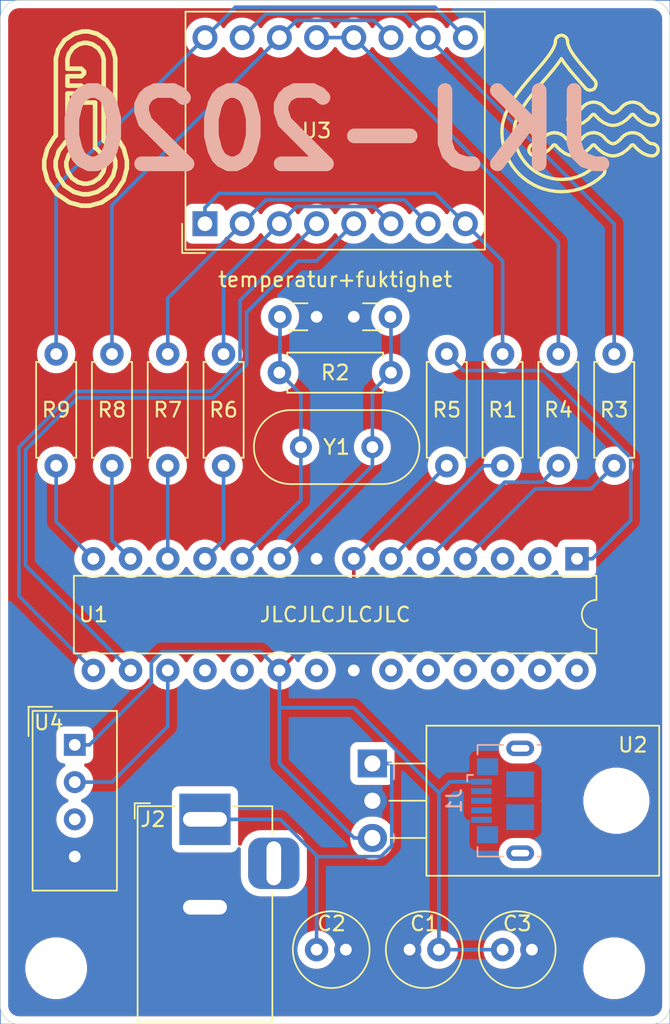
<source format=kicad_pcb>
(kicad_pcb (version 20171130) (host pcbnew "(5.1.5)-3")
  (layers (0 F.Cu signal hide) (31 B.Cu signal hide) (34 B.Paste user) (35 F.Paste user) (36 B.SilkS user) (37 F.SilkS user) (38 B.Mask user) (39 F.Mask user) (44 Edge.Cuts user))
  (net 0 "")
  (net 1 GND)
  (net 2 +5V)
  (net 3 +BATT)
  (net 4 "Net-(C4-Pad2)")
  (net 5 "Net-(C5-Pad2)")
  (net 6 "Net-(J1-Pad6)")
  (net 7 "Net-(J1-Pad2)")
  (net 8 "Net-(J1-Pad3)")
  (net 9 "Net-(J1-Pad4)")
  (net 10 "Net-(R1-Pad1)")
  (net 11 /A)
  (net 12 /2)
  (net 13 /3)
  (net 14 /B)
  (net 15 /C)
  (net 16 /4)
  (net 17 /5)
  (net 18 /D)
  (net 19 /E)
  (net 20 /6)
  (net 21 /7)
  (net 22 /F)
  (net 23 /G)
  (net 24 /8)
  (net 25 /9PWM)
  (net 26 /0)
  (net 27 /10PWM)
  (net 28 /1)
  (net 29 /11PWM)
  (net 30 /12)
  (net 31 /13)
  (net 32 /AREF)
  (net 33 /A0)
  (net 34 /A1)
  (net 35 /A2)
  (net 36 /A3)
  (net 37 /A4)
  (net 38 /A5)
  (net 39 "Net-(U4-Pad3)")
  (module MountingHole:MountingHole_3.2mm_M3 (layer F.Cu) (at 118.11 134.62)
    (fp_text reference H2)
    (fp_text value MountingHole)
    (pad 1 np_thru_hole circle (at 0 0) (size 3.2 3.2) (drill 3.2) (layers *.Cu *.Mask))
  )
  (module MountingHole:MountingHole_3.2mm_M3 (layer F.Cu) (at 156.21 134.62)
    (fp_text reference H1)
    (fp_text value MountingHole)
    (pad 1 np_thru_hole circle (at 0 0) (size 3.2 3.2) (drill 3.2) (layers *.Cu *.Mask))
  )
  (module Connector_USB:USB_Micro-B_GCT_USB3076-30-A (layer B.Cu) (at 148.59 123.19 270)
    (fp_text reference J1 (at 0 3.3 90) (layer B.SilkS) (effects (justify mirror)))
    (fp_text value USB_B_Micro)
    (pad 6 smd rect (at -2.32 1.03 270) (size 1.15 1.45) (layers B.Cu B.Paste B.Mask) (net 6 "Net-(J1-Pad6)"))
    (pad 6 smd rect (at 2.32 1.03 270) (size 1.15 1.45) (layers B.Cu B.Paste B.Mask) (net 6 "Net-(J1-Pad6)"))
    (pad 6 thru_hole oval (at 3.575 -1.2 270) (size 1.05 1.9) (drill oval 0.45 1.25) (layers *.Cu *.Mask) (net 6 "Net-(J1-Pad6)"))
    (pad 6 thru_hole oval (at -3.575 -1.2 90) (size 1.05 1.9) (drill oval 0.45 1.25) (layers *.Cu *.Mask) (net 6 "Net-(J1-Pad6)"))
    (pad 6 smd rect (at -1.125 -1.2 270) (size 1.75 1.9) (layers B.Cu B.Paste B.Mask) (net 6 "Net-(J1-Pad6)"))
    (pad 3 smd rect (at 0 1.45 270) (size 0.4 1.4) (layers B.Cu B.Paste B.Mask) (net 8 "Net-(J1-Pad3)"))
    (pad 4 smd rect (at 0.65 1.45 270) (size 0.4 1.4) (layers B.Cu B.Paste B.Mask) (net 9 "Net-(J1-Pad4)"))
    (pad 5 smd rect (at 1.3 1.45 270) (size 0.4 1.4) (layers B.Cu B.Paste B.Mask) (net 1 GND))
    (pad 1 smd rect (at -1.3 1.45 270) (size 0.4 1.4) (layers B.Cu B.Paste B.Mask) (net 2 +5V))
    (pad 2 smd rect (at -0.65 1.45 270) (size 0.4 1.4) (layers B.Cu B.Paste B.Mask) (net 7 "Net-(J1-Pad2)"))
    (pad 6 smd rect (at 1.125 -1.2 270) (size 1.75 1.9) (layers B.Cu B.Paste B.Mask) (net 6 "Net-(J1-Pad6)"))
  )
  (module Crystal:Crystal_HC49-U_Vertical (layer F.Cu) (at 139.7 99.06 180)
    (fp_text reference Y1 (at 2.44 0) (layer F.SilkS))
    (fp_text value 16MHZ)
    (pad 2 thru_hole circle (at 4.88 0 180) (size 1.5 1.5) (drill 0.8) (layers *.Cu *.Mask) (net 5 "Net-(C5-Pad2)"))
    (pad 1 thru_hole circle (at 0 0 180) (size 1.5 1.5) (drill 0.8) (layers *.Cu *.Mask) (net 4 "Net-(C4-Pad2)"))
  )
  (module Package_DIP:DIP-28_W7.62mm (layer F.Cu) (at 153.67 106.68 270)
    (fp_text reference U1 (at 3.81 33.02 180) (layer F.SilkS))
    (fp_text value ATmega328P-PU)
    (pad 1 thru_hole rect (at 0 0 270) (size 1.6 1.6) (drill 0.8) (layers *.Cu *.Mask) (net 10 "Net-(R1-Pad1)"))
    (pad 15 thru_hole oval (at 7.62 33.02 270) (size 1.6 1.6) (drill 0.8) (layers *.Cu *.Mask) (net 25 /9PWM))
    (pad 2 thru_hole oval (at 0 2.54 270) (size 1.6 1.6) (drill 0.8) (layers *.Cu *.Mask) (net 26 /0))
    (pad 16 thru_hole oval (at 7.62 30.48 270) (size 1.6 1.6) (drill 0.8) (layers *.Cu *.Mask) (net 27 /10PWM))
    (pad 3 thru_hole oval (at 0 5.08 270) (size 1.6 1.6) (drill 0.8) (layers *.Cu *.Mask) (net 28 /1))
    (pad 17 thru_hole oval (at 7.62 27.94 270) (size 1.6 1.6) (drill 0.8) (layers *.Cu *.Mask) (net 29 /11PWM))
    (pad 4 thru_hole oval (at 0 7.62 270) (size 1.6 1.6) (drill 0.8) (layers *.Cu *.Mask) (net 12 /2))
    (pad 18 thru_hole oval (at 7.62 25.4 270) (size 1.6 1.6) (drill 0.8) (layers *.Cu *.Mask) (net 30 /12))
    (pad 5 thru_hole oval (at 0 10.16 270) (size 1.6 1.6) (drill 0.8) (layers *.Cu *.Mask) (net 13 /3))
    (pad 19 thru_hole oval (at 7.62 22.86 270) (size 1.6 1.6) (drill 0.8) (layers *.Cu *.Mask) (net 31 /13))
    (pad 6 thru_hole oval (at 0 12.7 270) (size 1.6 1.6) (drill 0.8) (layers *.Cu *.Mask) (net 16 /4))
    (pad 20 thru_hole oval (at 7.62 20.32 270) (size 1.6 1.6) (drill 0.8) (layers *.Cu *.Mask) (net 2 +5V))
    (pad 7 thru_hole oval (at 0 15.24 270) (size 1.6 1.6) (drill 0.8) (layers *.Cu *.Mask) (net 2 +5V))
    (pad 21 thru_hole oval (at 7.62 17.78 270) (size 1.6 1.6) (drill 0.8) (layers *.Cu *.Mask) (net 32 /AREF))
    (pad 8 thru_hole oval (at 0 17.78 270) (size 1.6 1.6) (drill 0.8) (layers *.Cu *.Mask) (net 1 GND))
    (pad 22 thru_hole oval (at 7.62 15.24 270) (size 1.6 1.6) (drill 0.8) (layers *.Cu *.Mask) (net 1 GND))
    (pad 9 thru_hole oval (at 0 20.32 270) (size 1.6 1.6) (drill 0.8) (layers *.Cu *.Mask) (net 4 "Net-(C4-Pad2)"))
    (pad 23 thru_hole oval (at 7.62 12.7 270) (size 1.6 1.6) (drill 0.8) (layers *.Cu *.Mask) (net 33 /A0))
    (pad 10 thru_hole oval (at 0 22.86 270) (size 1.6 1.6) (drill 0.8) (layers *.Cu *.Mask) (net 5 "Net-(C5-Pad2)"))
    (pad 24 thru_hole oval (at 7.62 10.16 270) (size 1.6 1.6) (drill 0.8) (layers *.Cu *.Mask) (net 34 /A1))
    (pad 11 thru_hole oval (at 0 25.4 270) (size 1.6 1.6) (drill 0.8) (layers *.Cu *.Mask) (net 17 /5))
    (pad 25 thru_hole oval (at 7.62 7.62 270) (size 1.6 1.6) (drill 0.8) (layers *.Cu *.Mask) (net 35 /A2))
    (pad 12 thru_hole oval (at 0 27.94 270) (size 1.6 1.6) (drill 0.8) (layers *.Cu *.Mask) (net 20 /6))
    (pad 26 thru_hole oval (at 7.62 5.08 270) (size 1.6 1.6) (drill 0.8) (layers *.Cu *.Mask) (net 36 /A3))
    (pad 13 thru_hole oval (at 0 30.48 270) (size 1.6 1.6) (drill 0.8) (layers *.Cu *.Mask) (net 21 /7))
    (pad 27 thru_hole oval (at 7.62 2.54 270) (size 1.6 1.6) (drill 0.8) (layers *.Cu *.Mask) (net 37 /A4))
    (pad 14 thru_hole oval (at 0 33.02 270) (size 1.6 1.6) (drill 0.8) (layers *.Cu *.Mask) (net 24 /8))
    (pad 28 thru_hole oval (at 7.62 0 270) (size 1.6 1.6) (drill 0.8) (layers *.Cu *.Mask) (net 38 /A5))
  )
  (module Package_TO_SOT_THT:TO-220-3_Horizontal_TabDown (layer F.Cu) (at 139.7 120.65 270)
    (fp_text reference U2 (at -1.27 -17.78 180) (layer F.SilkS))
    (fp_text value L7805)
    (pad "" np_thru_hole oval (at 2.54 -16.66 270) (size 3.5 3.5) (drill 3.5) (layers *.Cu *.Mask))
    (pad 1 thru_hole rect (at 0 0 270) (size 1.905 2) (drill 1.1) (layers *.Cu *.Mask) (net 3 +BATT))
    (pad 2 thru_hole oval (at 2.54 0 270) (size 1.905 2) (drill 1.1) (layers *.Cu *.Mask) (net 1 GND))
    (pad 3 thru_hole oval (at 5.08 0 270) (size 1.905 2) (drill 1.1) (layers *.Cu *.Mask) (net 2 +5V))
  )
  (module Display_7Segment:DA04-11SURKWA (layer F.Cu) (at 128.27 83.82 90)
    (fp_text reference U3 (at 6.35 7.62 180) (layer F.SilkS))
    (fp_text value DA04-11EWA)
    (pad 1 thru_hole rect (at 0 0 90) (size 1.7 1.7) (drill 1) (layers *.Cu *.Mask) (net 15 /C))
    (pad 2 thru_hole circle (at 0 2.54 90) (size 1.7 1.7) (drill 1) (layers *.Cu *.Mask) (net 19 /E))
    (pad 3 thru_hole circle (at 0 5.08 90) (size 1.7 1.7) (drill 1) (layers *.Cu *.Mask) (net 18 /D))
    (pad 4 thru_hole circle (at 0 7.62 90) (size 1.7 1.7) (drill 1) (layers *.Cu *.Mask) (net 25 /9PWM))
    (pad 5 thru_hole circle (at 0 10.16 90) (size 1.7 1.7) (drill 1) (layers *.Cu *.Mask) (net 27 /10PWM))
    (pad 6 thru_hole circle (at 0 12.7 90) (size 1.7 1.7) (drill 1) (layers *.Cu *.Mask) (net 18 /D))
    (pad 7 thru_hole circle (at 0 15.24 90) (size 1.7 1.7) (drill 1) (layers *.Cu *.Mask) (net 19 /E))
    (pad 8 thru_hole circle (at 0 17.78 90) (size 1.7 1.7) (drill 1) (layers *.Cu *.Mask) (net 15 /C))
    (pad 9 thru_hole circle (at 12.7 17.78 90) (size 1.7 1.7) (drill 1) (layers *.Cu *.Mask) (net 23 /G))
    (pad 10 thru_hole circle (at 12.7 15.24 90) (size 1.7 1.7) (drill 1) (layers *.Cu *.Mask) (net 11 /A))
    (pad 11 thru_hole circle (at 12.7 12.7 90) (size 1.7 1.7) (drill 1) (layers *.Cu *.Mask) (net 22 /F))
    (pad 12 thru_hole circle (at 12.7 10.16 90) (size 1.7 1.7) (drill 1) (layers *.Cu *.Mask) (net 14 /B))
    (pad 13 thru_hole circle (at 12.7 7.62 90) (size 1.7 1.7) (drill 1) (layers *.Cu *.Mask) (net 14 /B))
    (pad 14 thru_hole circle (at 12.7 5.08 90) (size 1.7 1.7) (drill 1) (layers *.Cu *.Mask) (net 22 /F))
    (pad 15 thru_hole circle (at 12.7 2.54 90) (size 1.7 1.7) (drill 1) (layers *.Cu *.Mask) (net 11 /A))
    (pad 16 thru_hole circle (at 12.7 0 90) (size 1.7 1.7) (drill 1) (layers *.Cu *.Mask) (net 23 /G))
  )
  (module Sensor:Aosong_DHT11_5.5x12.0_P2.54mm (layer F.Cu) (at 119.38 119.38)
    (fp_text reference U4 (at -1.778 -1.524) (layer F.SilkS))
    (fp_text value DHT11)
    (pad 1 thru_hole rect (at 0 0) (size 1.5 1.5) (drill 0.8) (layers *.Cu *.Mask) (net 2 +5V))
    (pad 2 thru_hole circle (at 0 2.54) (size 1.5 1.5) (drill 0.8) (layers *.Cu *.Mask) (net 29 /11PWM))
    (pad 3 thru_hole circle (at 0 5.08) (size 1.5 1.5) (drill 0.8) (layers *.Cu *.Mask) (net 39 "Net-(U4-Pad3)"))
    (pad 4 thru_hole circle (at 0 7.62) (size 1.5 1.5) (drill 0.8) (layers *.Cu *.Mask) (net 1 GND))
  )
  (module Capacitor_THT:C_Disc_D3.0mm_W1.6mm_P2.50mm (layer F.Cu) (at 138.43 90.17)
    (fp_text reference C4)
    (fp_text value 20P)
    (pad 1 thru_hole circle (at 0 0) (size 1.6 1.6) (drill 0.8) (layers *.Cu *.Mask) (net 1 GND))
    (pad 2 thru_hole circle (at 2.5 0) (size 1.6 1.6) (drill 0.8) (layers *.Cu *.Mask) (net 4 "Net-(C4-Pad2)"))
  )
  (module Capacitor_THT:C_Disc_D3.0mm_W1.6mm_P2.50mm (layer F.Cu) (at 135.89 90.17 180)
    (fp_text reference C5)
    (fp_text value 20P)
    (pad 2 thru_hole circle (at 2.5 0 180) (size 1.6 1.6) (drill 0.8) (layers *.Cu *.Mask) (net 5 "Net-(C5-Pad2)"))
    (pad 1 thru_hole circle (at 0 0 180) (size 1.6 1.6) (drill 0.8) (layers *.Cu *.Mask) (net 1 GND))
  )
  (module Capacitor_THT:C_Radial_D5.0mm_H11.0mm_P2.00mm (layer F.Cu) (at 142.24 133.35)
    (fp_text reference C1 (at 1.016 -1.778) (layer F.SilkS))
    (fp_text value 1UF)
    (pad 1 thru_hole circle (at 0 0) (size 1.6 1.6) (drill 0.8) (layers *.Cu *.Mask) (net 1 GND))
    (pad 2 thru_hole circle (at 2 0) (size 1.6 1.6) (drill 0.8) (layers *.Cu *.Mask) (net 2 +5V))
  )
  (module Capacitor_THT:C_Radial_D5.0mm_H11.0mm_P2.00mm (layer F.Cu) (at 135.89 133.35)
    (fp_text reference C2 (at 1.016 -1.778) (layer F.SilkS))
    (fp_text value 10UF)
    (pad 1 thru_hole circle (at 0 0) (size 1.6 1.6) (drill 0.8) (layers *.Cu *.Mask) (net 3 +BATT))
    (pad 2 thru_hole circle (at 2 0) (size 1.6 1.6) (drill 0.8) (layers *.Cu *.Mask) (net 1 GND))
  )
  (module Capacitor_THT:C_Radial_D5.0mm_H11.0mm_P2.00mm (layer F.Cu) (at 148.59 133.35)
    (fp_text reference C3 (at 1 -1.778) (layer F.SilkS))
    (fp_text value 1UF)
    (pad 2 thru_hole circle (at 2 0) (size 1.6 1.6) (drill 0.8) (layers *.Cu *.Mask) (net 1 GND))
    (pad 1 thru_hole circle (at 0 0) (size 1.6 1.6) (drill 0.8) (layers *.Cu *.Mask) (net 2 +5V))
  )
  (module Connector_BarrelJack:BarrelJack_Horizontal (layer F.Cu) (at 128.27 124.46 90)
    (fp_text reference J2 (at 0 -3.556 180) (layer F.SilkS))
    (fp_text value Jack-DC)
    (pad 1 thru_hole rect (at 0 0 90) (size 3.5 3.5) (drill oval 1 3) (layers *.Cu *.Mask) (net 3 +BATT))
    (pad 2 thru_hole roundrect (at -6 0 90) (size 3 3.5) (drill oval 1 3) (layers *.Cu *.Mask) (net 1 GND))
    (pad 3 thru_hole roundrect (at -3 4.7 90) (size 3.5 3.5) (drill oval 3 1) (layers *.Cu *.Mask))
  )
  (module Resistor_THT:R_Axial_DIN0207_L6.3mm_D2.5mm_P7.62mm_Horizontal (layer F.Cu) (at 144.78 92.71 270)
    (fp_text reference R1 (at 3.81 -3.81 180) (layer F.SilkS))
    (fp_text value 10K)
    (pad 1 thru_hole circle (at 0 0 270) (size 1.6 1.6) (drill 0.8) (layers *.Cu *.Mask) (net 10 "Net-(R1-Pad1)"))
    (pad 2 thru_hole oval (at 7.62 0 270) (size 1.6 1.6) (drill 0.8) (layers *.Cu *.Mask) (net 2 +5V))
  )
  (module Resistor_THT:R_Axial_DIN0207_L6.3mm_D2.5mm_P7.62mm_Horizontal (layer F.Cu) (at 133.35 93.98)
    (fp_text reference R2 (at 3.81 0) (layer F.SilkS))
    (fp_text value 1M)
    (pad 1 thru_hole circle (at 0 0) (size 1.6 1.6) (drill 0.8) (layers *.Cu *.Mask) (net 5 "Net-(C5-Pad2)"))
    (pad 2 thru_hole oval (at 7.62 0) (size 1.6 1.6) (drill 0.8) (layers *.Cu *.Mask) (net 4 "Net-(C4-Pad2)"))
  )
  (module Resistor_THT:R_Axial_DIN0207_L6.3mm_D2.5mm_P7.62mm_Horizontal (layer F.Cu) (at 156.21 100.33 90)
    (fp_text reference R3 (at 3.81 0 180) (layer F.SilkS))
    (fp_text value 100)
    (pad 2 thru_hole oval (at 7.62 0 90) (size 1.6 1.6) (drill 0.8) (layers *.Cu *.Mask) (net 11 /A))
    (pad 1 thru_hole circle (at 0 0 90) (size 1.6 1.6) (drill 0.8) (layers *.Cu *.Mask) (net 12 /2))
  )
  (module Resistor_THT:R_Axial_DIN0207_L6.3mm_D2.5mm_P7.62mm_Horizontal (layer F.Cu) (at 152.4 100.33 90)
    (fp_text reference R4 (at 3.81 0 180) (layer F.SilkS))
    (fp_text value 100)
    (pad 1 thru_hole circle (at 0 0 90) (size 1.6 1.6) (drill 0.8) (layers *.Cu *.Mask) (net 13 /3))
    (pad 2 thru_hole oval (at 7.62 0 90) (size 1.6 1.6) (drill 0.8) (layers *.Cu *.Mask) (net 14 /B))
  )
  (module Resistor_THT:R_Axial_DIN0207_L6.3mm_D2.5mm_P7.62mm_Horizontal (layer F.Cu) (at 148.59 100.33 90)
    (fp_text reference R5 (at 3.81 -3.81 180) (layer F.SilkS))
    (fp_text value 100)
    (pad 2 thru_hole oval (at 7.62 0 90) (size 1.6 1.6) (drill 0.8) (layers *.Cu *.Mask) (net 15 /C))
    (pad 1 thru_hole circle (at 0 0 90) (size 1.6 1.6) (drill 0.8) (layers *.Cu *.Mask) (net 16 /4))
  )
  (module Resistor_THT:R_Axial_DIN0207_L6.3mm_D2.5mm_P7.62mm_Horizontal (layer F.Cu) (at 129.54 100.33 90)
    (fp_text reference R6 (at 3.81 0 180) (layer F.SilkS))
    (fp_text value 100)
    (pad 1 thru_hole circle (at 0 0 90) (size 1.6 1.6) (drill 0.8) (layers *.Cu *.Mask) (net 17 /5))
    (pad 2 thru_hole oval (at 7.62 0 90) (size 1.6 1.6) (drill 0.8) (layers *.Cu *.Mask) (net 18 /D))
  )
  (module Resistor_THT:R_Axial_DIN0207_L6.3mm_D2.5mm_P7.62mm_Horizontal (layer F.Cu) (at 125.73 100.33 90)
    (fp_text reference R7 (at 3.81 0 180) (layer F.SilkS))
    (fp_text value 100)
    (pad 2 thru_hole oval (at 7.62 0 90) (size 1.6 1.6) (drill 0.8) (layers *.Cu *.Mask) (net 19 /E))
    (pad 1 thru_hole circle (at 0 0 90) (size 1.6 1.6) (drill 0.8) (layers *.Cu *.Mask) (net 20 /6))
  )
  (module Resistor_THT:R_Axial_DIN0207_L6.3mm_D2.5mm_P7.62mm_Horizontal (layer F.Cu) (at 121.92 100.33 90)
    (fp_text reference R8 (at 3.81 0 180) (layer F.SilkS))
    (fp_text value 100)
    (pad 1 thru_hole circle (at 0 0 90) (size 1.6 1.6) (drill 0.8) (layers *.Cu *.Mask) (net 21 /7))
    (pad 2 thru_hole oval (at 7.62 0 90) (size 1.6 1.6) (drill 0.8) (layers *.Cu *.Mask) (net 22 /F))
  )
  (module Resistor_THT:R_Axial_DIN0207_L6.3mm_D2.5mm_P7.62mm_Horizontal (layer F.Cu) (at 118.11 100.33 90)
    (fp_text reference R9 (at 3.81 0 180) (layer F.SilkS))
    (fp_text value 100)
    (pad 2 thru_hole oval (at 7.62 0 90) (size 1.6 1.6) (drill 0.8) (layers *.Cu *.Mask) (net 23 /G))
    (pad 1 thru_hole circle (at 0 0 90) (size 1.6 1.6) (drill 0.8) (layers *.Cu *.Mask) (net 24 /8))
  )
  (gr_text JLCJLCJLCJLC (at 137.16 110.49) (layer F.SilkS) (effects (font (size 1 1))))
  (gr_text JKJ-2020 (at 137.16 77.47) (layer B.SilkS) (effects (font (size 5 5) (thickness 1)) (justify mirror)))
  (gr_text temperatur+fuktighet (at 137.16 87.63) (layer F.SilkS) (effects (font (size 1 1))))
  (gr_arc (start 115.57 69.85) (end 115.57 68.58) (angle -90) (layer Edge.Cuts) (width 0.05))
  (gr_arc (start 158.75 69.85) (end 160.02 69.85) (angle -90) (layer Edge.Cuts) (width 0.05))
  (gr_arc (start 158.75 137.16) (end 158.75 138.43) (angle -90) (layer Edge.Cuts) (width 0.05))
  (gr_arc (start 115.57 137.16) (end 114.3 137.16) (angle -90) (layer Edge.Cuts) (width 0.05))
  (gr_line (start 154.063438 75.86261) (end 154.063438 75.86261) (layer F.SilkS) (width 0.225))
  (gr_line (start 154.745728 75.526115) (end 154.587133 75.54857) (layer F.SilkS) (width 0.225))
  (gr_line (start 154.389778 75.614165) (end 154.213018 75.719795) (layer F.SilkS) (width 0.225))
  (gr_line (start 154.851448 75.526115) (end 154.798633 75.526115) (layer F.SilkS) (width 0.225))
  (gr_line (start 154.096318 75.823145) (end 154.063438 75.86261) (layer F.SilkS) (width 0.225))
  (gr_line (start 154.213018 75.719795) (end 154.096318 75.823145) (layer F.SilkS) (width 0.225))
  (gr_line (start 154.587133 75.54857) (end 154.389778 75.614165) (layer F.SilkS) (width 0.225))
  (gr_line (start 154.798633 75.526115) (end 154.745728 75.526115) (layer F.SilkS) (width 0.225))
  (gr_line (start 153.782998 77.06453) (end 154.095913 76.9304) (layer F.SilkS) (width 0.225))
  (gr_line (start 154.707898 76.39094) (end 154.743042 76.369295) (layer F.SilkS) (width 0.225))
  (gr_line (start 154.703008 76.39679) (end 154.707898 76.39094) (layer F.SilkS) (width 0.225))
  (gr_line (start 154.889293 76.39103) (end 154.894257 76.39688) (layer F.SilkS) (width 0.225))
  (gr_line (start 153.170608 76.39808) (end 153.081343 76.5305) (layer F.SilkS) (width 0.225))
  (gr_line (start 153.899938 76.038065) (end 153.742228 76.167875) (layer F.SilkS) (width 0.225))
  (gr_line (start 154.963258 76.479485) (end 155.194288 76.707665) (layer F.SilkS) (width 0.225))
  (gr_line (start 158.960818 78.39215) (end 158.839153 78.359436) (layer F.SilkS) (width 0.225))
  (gr_line (start 159.215293 78.7355) (end 159.182503 78.613835) (layer F.SilkS) (width 0.225))
  (gr_line (start 154.798633 76.35944) (end 154.812463 76.35944) (layer F.SilkS) (width 0.225))
  (gr_line (start 154.784713 76.35944) (end 154.798633 76.35944) (layer F.SilkS) (width 0.225))
  (gr_line (start 154.095913 76.9304) (end 154.402873 76.70759) (layer F.SilkS) (width 0.225))
  (gr_line (start 153.465298 77.10944) (end 153.544738 77.10944) (layer F.SilkS) (width 0.225))
  (gr_line (start 153.170608 76.987385) (end 153.303028 77.07665) (layer F.SilkS) (width 0.225))
  (gr_line (start 159.093238 78.481415) (end 158.960818 78.39215) (layer F.SilkS) (width 0.225))
  (gr_line (start 153.048628 76.69277) (end 153.048628 76.7333) (layer F.SilkS) (width 0.225))
  (gr_line (start 153.048628 76.652165) (end 153.048628 76.69277) (layer F.SilkS) (width 0.225))
  (gr_line (start 154.025023 75.90851) (end 153.899938 76.038065) (layer F.SilkS) (width 0.225))
  (gr_line (start 159.093238 79.070705) (end 159.182503 78.9383) (layer F.SilkS) (width 0.225))
  (gr_line (start 159.182503 78.613835) (end 159.093238 78.481415) (layer F.SilkS) (width 0.225))
  (gr_line (start 156.449668 77.06453) (end 156.762583 76.9304) (layer F.SilkS) (width 0.225))
  (gr_line (start 156.211393 77.10944) (end 156.449668 77.06453) (layer F.SilkS) (width 0.225))
  (gr_line (start 156.131968 77.10944) (end 156.211393 77.10944) (layer F.SilkS) (width 0.225))
  (gr_line (start 155.814162 77.06453) (end 156.052468 77.10944) (layer F.SilkS) (width 0.225))
  (gr_line (start 154.633918 76.479485) (end 154.703008 76.39679) (layer F.SilkS) (width 0.225))
  (gr_line (start 153.081343 76.854965) (end 153.170608 76.987385) (layer F.SilkS) (width 0.225))
  (gr_line (start 153.424693 76.276115) (end 153.303028 76.308815) (layer F.SilkS) (width 0.225))
  (gr_line (start 155.501278 76.9304) (end 155.814162 77.06453) (layer F.SilkS) (width 0.225))
  (gr_line (start 154.063438 75.86261) (end 154.025023 75.90851) (layer F.SilkS) (width 0.225))
  (gr_line (start 154.894257 76.39688) (end 154.963258 76.479485) (layer F.SilkS) (width 0.225))
  (gr_line (start 154.812463 76.35944) (end 154.854133 76.369385) (layer F.SilkS) (width 0.225))
  (gr_line (start 153.424693 77.10944) (end 153.465298 77.10944) (layer F.SilkS) (width 0.225))
  (gr_line (start 153.048628 76.7333) (end 153.081343 76.854965) (layer F.SilkS) (width 0.225))
  (gr_line (start 154.743042 76.369295) (end 154.784713 76.35944) (layer F.SilkS) (width 0.225))
  (gr_line (start 154.402873 76.70759) (end 154.633918 76.479485) (layer F.SilkS) (width 0.225))
  (gr_line (start 153.544738 77.10944) (end 153.782998 77.06453) (layer F.SilkS) (width 0.225))
  (gr_line (start 153.303028 77.07665) (end 153.424693 77.10944) (layer F.SilkS) (width 0.225))
  (gr_line (start 159.215293 78.816635) (end 159.215293 78.776105) (layer F.SilkS) (width 0.225))
  (gr_line (start 153.081343 76.5305) (end 153.048628 76.652165) (layer F.SilkS) (width 0.225))
  (gr_line (start 153.742228 76.167875) (end 153.595588 76.24844) (layer F.SilkS) (width 0.225))
  (gr_line (start 153.303028 76.308815) (end 153.170608 76.39808) (layer F.SilkS) (width 0.225))
  (gr_line (start 153.465298 76.276115) (end 153.424693 76.276115) (layer F.SilkS) (width 0.225))
  (gr_line (start 153.497863 76.276115) (end 153.465298 76.276115) (layer F.SilkS) (width 0.225))
  (gr_line (start 158.839153 78.359436) (end 158.798623 78.359436) (layer F.SilkS) (width 0.225))
  (gr_line (start 159.215293 78.776105) (end 159.215293 78.7355) (layer F.SilkS) (width 0.225))
  (gr_line (start 159.182503 78.9383) (end 159.215293 78.816635) (layer F.SilkS) (width 0.225))
  (gr_line (start 158.798623 78.359436) (end 158.798623 78.359436) (layer F.SilkS) (width 0.225))
  (gr_line (start 153.595588 76.24844) (end 153.497863 76.276115) (layer F.SilkS) (width 0.225))
  (gr_line (start 156.052468 77.10944) (end 156.131968 77.10944) (layer F.SilkS) (width 0.225))
  (gr_line (start 158.960818 79.159985) (end 159.093238 79.070705) (layer F.SilkS) (width 0.225))
  (gr_line (start 155.194288 76.707665) (end 155.501278 76.9304) (layer F.SilkS) (width 0.225))
  (gr_line (start 154.854133 76.369385) (end 154.889293 76.39103) (layer F.SilkS) (width 0.225))
  (gr_line (start 154.963258 78.56282) (end 155.194288 78.791) (layer F.SilkS) (width 0.225))
  (gr_line (start 157.629913 78.56282) (end 157.860958 78.791) (layer F.SilkS) (width 0.225))
  (gr_line (start 152.118043 78.442775) (end 152.131963 78.442775) (layer F.SilkS) (width 0.225))
  (gr_line (start 155.814162 79.147865) (end 156.052468 79.192775) (layer F.SilkS) (width 0.225))
  (gr_line (start 157.374568 78.474275) (end 157.409713 78.45263) (layer F.SilkS) (width 0.225))
  (gr_line (start 157.300588 78.56282) (end 157.369663 78.480125) (layer F.SilkS) (width 0.225))
  (gr_line (start 156.449668 79.147865) (end 156.762583 79.013735) (layer F.SilkS) (width 0.225))
  (gr_line (start 155.194288 78.791) (end 155.501278 79.013735) (layer F.SilkS) (width 0.225))
  (gr_line (start 152.036338 78.480125) (end 152.041227 78.474275) (layer F.SilkS) (width 0.225))
  (gr_line (start 154.743042 78.45263) (end 154.784713 78.442775) (layer F.SilkS) (width 0.225))
  (gr_line (start 153.385798 79.192775) (end 153.465298 79.192775) (layer F.SilkS) (width 0.225))
  (gr_line (start 153.147508 79.147865) (end 153.385798 79.192775) (layer F.SilkS) (width 0.225))
  (gr_line (start 154.894257 78.480215) (end 154.963258 78.56282) (layer F.SilkS) (width 0.225))
  (gr_line (start 154.633918 78.56282) (end 154.703008 78.480125) (layer F.SilkS) (width 0.225))
  (gr_line (start 152.145793 78.442775) (end 152.187463 78.45272) (layer F.SilkS) (width 0.225))
  (gr_line (start 151.429258 79.013735) (end 151.736218 78.790925) (layer F.SilkS) (width 0.225))
  (gr_line (start 157.451383 78.442775) (end 157.465288 78.442775) (layer F.SilkS) (width 0.225))
  (gr_line (start 157.560913 78.480215) (end 157.629913 78.56282) (layer F.SilkS) (width 0.225))
  (gr_line (start 150.636358 79.159985) (end 150.758023 79.192775) (layer F.SilkS) (width 0.225))
  (gr_line (start 152.296588 78.56282) (end 152.527633 78.791) (layer F.SilkS) (width 0.225))
  (gr_line (start 155.501278 79.013735) (end 155.814162 79.147865) (layer F.SilkS) (width 0.225))
  (gr_line (start 153.544738 79.192775) (end 153.782998 79.147865) (layer F.SilkS) (width 0.225))
  (gr_line (start 158.839153 79.192775) (end 158.960818 79.159985) (layer F.SilkS) (width 0.225))
  (gr_line (start 158.798623 79.192775) (end 158.839153 79.192775) (layer F.SilkS) (width 0.225))
  (gr_line (start 158.719123 79.192775) (end 158.798623 79.192775) (layer F.SilkS) (width 0.225))
  (gr_line (start 151.736218 78.790925) (end 151.967248 78.56282) (layer F.SilkS) (width 0.225))
  (gr_line (start 152.041227 78.474275) (end 152.076373 78.45263) (layer F.SilkS) (width 0.225))
  (gr_line (start 151.116343 79.147865) (end 151.429258 79.013735) (layer F.SilkS) (width 0.225))
  (gr_line (start 158.480833 79.147865) (end 158.719123 79.192775) (layer F.SilkS) (width 0.225))
  (gr_line (start 154.707898 78.474275) (end 154.743042 78.45263) (layer F.SilkS) (width 0.225))
  (gr_line (start 157.860958 78.791) (end 158.167933 79.013735) (layer F.SilkS) (width 0.225))
  (gr_line (start 154.703008 78.480125) (end 154.707898 78.474275) (layer F.SilkS) (width 0.225))
  (gr_line (start 152.222622 78.474365) (end 152.227588 78.480215) (layer F.SilkS) (width 0.225))
  (gr_line (start 150.798628 79.192775) (end 150.878068 79.192775) (layer F.SilkS) (width 0.225))
  (gr_line (start 157.555963 78.474365) (end 157.560913 78.480215) (layer F.SilkS) (width 0.225))
  (gr_line (start 152.187463 78.45272) (end 152.222622 78.474365) (layer F.SilkS) (width 0.225))
  (gr_line (start 157.520788 78.45272) (end 157.555963 78.474365) (layer F.SilkS) (width 0.225))
  (gr_line (start 157.465288 78.442775) (end 157.479133 78.442775) (layer F.SilkS) (width 0.225))
  (gr_line (start 156.131968 79.192775) (end 156.211393 79.192775) (layer F.SilkS) (width 0.225))
  (gr_line (start 152.131963 78.442775) (end 152.145793 78.442775) (layer F.SilkS) (width 0.225))
  (gr_line (start 157.369663 78.480125) (end 157.374568 78.474275) (layer F.SilkS) (width 0.225))
  (gr_line (start 156.762583 79.013735) (end 157.069543 78.790925) (layer F.SilkS) (width 0.225))
  (gr_line (start 156.211393 79.192775) (end 156.449668 79.147865) (layer F.SilkS) (width 0.225))
  (gr_line (start 154.812463 78.442775) (end 154.854133 78.45272) (layer F.SilkS) (width 0.225))
  (gr_line (start 151.967248 78.56282) (end 152.036338 78.480125) (layer F.SilkS) (width 0.225))
  (gr_line (start 156.052468 79.192775) (end 156.131968 79.192775) (layer F.SilkS) (width 0.225))
  (gr_line (start 154.854133 78.45272) (end 154.889293 78.474365) (layer F.SilkS) (width 0.225))
  (gr_line (start 152.227588 78.480215) (end 152.296588 78.56282) (layer F.SilkS) (width 0.225))
  (gr_line (start 154.784713 78.442775) (end 154.798633 78.442775) (layer F.SilkS) (width 0.225))
  (gr_line (start 150.758023 79.192775) (end 150.798628 79.192775) (layer F.SilkS) (width 0.225))
  (gr_line (start 157.069543 78.790925) (end 157.300588 78.56282) (layer F.SilkS) (width 0.225))
  (gr_line (start 154.889293 78.474365) (end 154.894257 78.480215) (layer F.SilkS) (width 0.225))
  (gr_line (start 154.402873 78.790925) (end 154.633918 78.56282) (layer F.SilkS) (width 0.225))
  (gr_line (start 154.798633 78.442775) (end 154.812463 78.442775) (layer F.SilkS) (width 0.225))
  (gr_line (start 154.095913 79.013735) (end 154.402873 78.790925) (layer F.SilkS) (width 0.225))
  (gr_line (start 152.076373 78.45263) (end 152.118043 78.442775) (layer F.SilkS) (width 0.225))
  (gr_line (start 157.479133 78.442775) (end 157.520788 78.45272) (layer F.SilkS) (width 0.225))
  (gr_line (start 153.782998 79.147865) (end 154.095913 79.013735) (layer F.SilkS) (width 0.225))
  (gr_line (start 157.409713 78.45263) (end 157.451383 78.442775) (layer F.SilkS) (width 0.225))
  (gr_line (start 152.527633 78.791) (end 152.834608 79.013735) (layer F.SilkS) (width 0.225))
  (gr_line (start 152.834608 79.013735) (end 153.147508 79.147865) (layer F.SilkS) (width 0.225))
  (gr_line (start 153.465298 79.192775) (end 153.544738 79.192775) (layer F.SilkS) (width 0.225))
  (gr_line (start 150.878068 79.192775) (end 151.116343 79.147865) (layer F.SilkS) (width 0.225))
  (gr_line (start 158.167933 79.013735) (end 158.480833 79.147865) (layer F.SilkS) (width 0.225))
  (gr_line (start 151.233268 78.121401) (end 151.075573 78.25121) (layer F.SilkS) (width 0.225))
  (gr_line (start 154.798633 77.609436) (end 154.745728 77.609436) (layer F.SilkS) (width 0.225))
  (gr_line (start 155.207398 77.697501) (end 155.010043 77.631906) (layer F.SilkS) (width 0.225))
  (gr_line (start 156.566608 78.121401) (end 156.408897 78.25121) (layer F.SilkS) (width 0.225))
  (gr_line (start 156.164518 78.359436) (end 156.131968 78.359436) (layer F.SilkS) (width 0.225))
  (gr_line (start 152.540728 77.697501) (end 152.343373 77.631906) (layer F.SilkS) (width 0.225))
  (gr_line (start 153.334918 78.331776) (end 153.188278 78.25121) (layer F.SilkS) (width 0.225))
  (gr_line (start 150.503953 79.070705) (end 150.636358 79.159985) (layer F.SilkS) (width 0.225))
  (gr_line (start 150.414673 78.9383) (end 150.503953 79.070705) (layer F.SilkS) (width 0.225))
  (gr_line (start 150.381958 78.7355) (end 150.381958 78.776105) (layer F.SilkS) (width 0.225))
  (gr_line (start 150.414673 78.613835) (end 150.381958 78.7355) (layer F.SilkS) (width 0.225))
  (gr_line (start 150.503953 78.481415) (end 150.414673 78.613835) (layer F.SilkS) (width 0.225))
  (gr_line (start 150.636358 78.39215) (end 150.503953 78.481415) (layer F.SilkS) (width 0.225))
  (gr_line (start 151.075573 78.25121) (end 150.928918 78.331776) (layer F.SilkS) (width 0.225))
  (gr_line (start 151.396768 77.945945) (end 151.358353 77.99183) (layer F.SilkS) (width 0.225))
  (gr_line (start 151.723108 77.697501) (end 151.546363 77.80313) (layer F.SilkS) (width 0.225))
  (gr_line (start 152.131963 77.609436) (end 152.079057 77.609436) (layer F.SilkS) (width 0.225))
  (gr_line (start 152.184778 77.609436) (end 152.131963 77.609436) (layer F.SilkS) (width 0.225))
  (gr_line (start 155.533813 77.945945) (end 155.500858 77.90648) (layer F.SilkS) (width 0.225))
  (gr_line (start 154.096318 77.90648) (end 154.063438 77.945945) (layer F.SilkS) (width 0.225))
  (gr_line (start 155.384143 77.80313) (end 155.207398 77.697501) (layer F.SilkS) (width 0.225))
  (gr_line (start 155.697238 78.121401) (end 155.572152 77.99183) (layer F.SilkS) (width 0.225))
  (gr_line (start 156.691693 77.99183) (end 156.566608 78.121401) (layer F.SilkS) (width 0.225))
  (gr_line (start 153.432673 78.359436) (end 153.334918 78.331776) (layer F.SilkS) (width 0.225))
  (gr_line (start 150.831193 78.359436) (end 150.798628 78.359436) (layer F.SilkS) (width 0.225))
  (gr_line (start 150.928918 78.331776) (end 150.831193 78.359436) (layer F.SilkS) (width 0.225))
  (gr_line (start 154.025023 77.99183) (end 153.899938 78.121401) (layer F.SilkS) (width 0.225))
  (gr_line (start 154.851448 77.609436) (end 154.798633 77.609436) (layer F.SilkS) (width 0.225))
  (gr_line (start 156.262258 78.331776) (end 156.164518 78.359436) (layer F.SilkS) (width 0.225))
  (gr_line (start 153.899938 78.121401) (end 153.742228 78.25121) (layer F.SilkS) (width 0.225))
  (gr_line (start 151.920463 77.631906) (end 151.723108 77.697501) (layer F.SilkS) (width 0.225))
  (gr_line (start 152.834188 77.90648) (end 152.717488 77.80313) (layer F.SilkS) (width 0.225))
  (gr_line (start 155.500858 77.90648) (end 155.384143 77.80313) (layer F.SilkS) (width 0.225))
  (gr_line (start 156.730108 77.945945) (end 156.691693 77.99183) (layer F.SilkS) (width 0.225))
  (gr_line (start 151.429648 77.90648) (end 151.396768 77.945945) (layer F.SilkS) (width 0.225))
  (gr_line (start 153.465298 78.359436) (end 153.432673 78.359436) (layer F.SilkS) (width 0.225))
  (gr_line (start 152.079057 77.609436) (end 151.920463 77.631906) (layer F.SilkS) (width 0.225))
  (gr_line (start 153.497863 78.359436) (end 153.465298 78.359436) (layer F.SilkS) (width 0.225))
  (gr_line (start 152.343373 77.631906) (end 152.184778 77.609436) (layer F.SilkS) (width 0.225))
  (gr_line (start 153.188278 78.25121) (end 153.030568 78.121401) (layer F.SilkS) (width 0.225))
  (gr_line (start 153.595588 78.331776) (end 153.497863 78.359436) (layer F.SilkS) (width 0.225))
  (gr_line (start 154.745728 77.609436) (end 154.587133 77.631906) (layer F.SilkS) (width 0.225))
  (gr_line (start 155.010043 77.631906) (end 154.851448 77.609436) (layer F.SilkS) (width 0.225))
  (gr_line (start 156.131968 78.359436) (end 156.099343 78.359436) (layer F.SilkS) (width 0.225))
  (gr_line (start 156.408897 78.25121) (end 156.262258 78.331776) (layer F.SilkS) (width 0.225))
  (gr_line (start 154.063438 77.945945) (end 154.025023 77.99183) (layer F.SilkS) (width 0.225))
  (gr_line (start 154.213018 77.80313) (end 154.096318 77.90648) (layer F.SilkS) (width 0.225))
  (gr_line (start 154.389778 77.697501) (end 154.213018 77.80313) (layer F.SilkS) (width 0.225))
  (gr_line (start 155.572152 77.99183) (end 155.533813 77.945945) (layer F.SilkS) (width 0.225))
  (gr_line (start 155.854947 78.25121) (end 155.697238 78.121401) (layer F.SilkS) (width 0.225))
  (gr_line (start 156.001588 78.331776) (end 155.854947 78.25121) (layer F.SilkS) (width 0.225))
  (gr_line (start 153.742228 78.25121) (end 153.595588 78.331776) (layer F.SilkS) (width 0.225))
  (gr_line (start 152.867143 77.945945) (end 152.834188 77.90648) (layer F.SilkS) (width 0.225))
  (gr_line (start 150.381958 78.816635) (end 150.414673 78.9383) (layer F.SilkS) (width 0.225))
  (gr_line (start 151.358353 77.99183) (end 151.233268 78.121401) (layer F.SilkS) (width 0.225))
  (gr_line (start 151.546363 77.80313) (end 151.429648 77.90648) (layer F.SilkS) (width 0.225))
  (gr_line (start 152.905483 77.99183) (end 152.867143 77.945945) (layer F.SilkS) (width 0.225))
  (gr_line (start 152.717488 77.80313) (end 152.540728 77.697501) (layer F.SilkS) (width 0.225))
  (gr_line (start 153.030568 78.121401) (end 152.905483 77.99183) (layer F.SilkS) (width 0.225))
  (gr_line (start 154.587133 77.631906) (end 154.389778 77.697501) (layer F.SilkS) (width 0.225))
  (gr_line (start 156.099343 78.359436) (end 156.001588 78.331776) (layer F.SilkS) (width 0.225))
  (gr_line (start 150.381958 78.776105) (end 150.381958 78.816635) (layer F.SilkS) (width 0.225))
  (gr_line (start 150.758023 78.359436) (end 150.636358 78.39215) (layer F.SilkS) (width 0.225))
  (gr_line (start 150.798628 78.359436) (end 150.758023 78.359436) (layer F.SilkS) (width 0.225))
  (gr_line (start 151.355353 80.544338) (end 151.651903 80.65241) (layer F.SilkS) (width 0.225))
  (gr_line (start 158.363893 78.121401) (end 158.238823 77.99183) (layer F.SilkS) (width 0.225))
  (gr_line (start 158.521603 78.25121) (end 158.363893 78.121401) (layer F.SilkS) (width 0.225))
  (gr_line (start 152.281378 80.780339) (end 152.528698 80.796941) (layer F.SilkS) (width 0.225))
  (gr_line (start 158.765998 78.359436) (end 158.668258 78.331776) (layer F.SilkS) (width 0.225))
  (gr_line (start 154.389043 80.281399) (end 154.638958 80.100815) (layer F.SilkS) (width 0.225))
  (gr_line (start 152.931913 80.781967) (end 153.245248 80.73778) (layer F.SilkS) (width 0.225))
  (gr_line (start 153.842488 80.564113) (end 154.123003 80.436022) (layer F.SilkS) (width 0.225))
  (gr_line (start 151.651903 80.65241) (end 151.961143 80.731594) (layer F.SilkS) (width 0.225))
  (gr_line (start 149.772262 79.116605) (end 149.934125 79.381085) (layer F.SilkS) (width 0.225))
  (gr_line (start 149.429651 77.060615) (end 149.381962 77.372885) (layer F.SilkS) (width 0.225))
  (gr_line (start 149.563438 76.63532) (end 149.429651 77.060615) (layer F.SilkS) (width 0.225))
  (gr_line (start 158.798623 78.359436) (end 158.765998 78.359436) (layer F.SilkS) (width 0.225))
  (gr_line (start 149.447635 78.234366) (end 149.527307 78.541565) (layer F.SilkS) (width 0.225))
  (gr_line (start 151.390918 74.076005) (end 151.301488 74.178605) (layer F.SilkS) (width 0.225))
  (gr_line (start 151.073128 80.409083) (end 151.355353 80.544338) (layer F.SilkS) (width 0.225))
  (gr_line (start 154.815718 79.949285) (end 154.871067 79.895165) (layer F.SilkS) (width 0.225))
  (gr_line (start 155.431918 79.872215) (end 155.460343 79.901195) (layer F.SilkS) (width 0.225))
  (gr_line (start 155.323378 79.80818) (end 155.431918 79.872215) (layer F.SilkS) (width 0.225))
  (gr_line (start 150.341428 75.338136) (end 150.033247 75.7709) (layer F.SilkS) (width 0.225))
  (gr_line (start 151.961143 80.731594) (end 152.281378 80.780339) (layer F.SilkS) (width 0.225))
  (gr_line (start 149.381962 77.47697) (end 149.381962 77.588615) (layer F.SilkS) (width 0.225))
  (gr_line (start 158.200483 77.945945) (end 158.167528 77.90648) (layer F.SilkS) (width 0.225))
  (gr_line (start 156.762988 77.90648) (end 156.730108 77.945945) (layer F.SilkS) (width 0.225))
  (gr_line (start 157.518103 77.609436) (end 157.465288 77.609436) (layer F.SilkS) (width 0.225))
  (gr_line (start 156.879687 77.80313) (end 156.762988 77.90648) (layer F.SilkS) (width 0.225))
  (gr_line (start 157.056448 77.697501) (end 156.879687 77.80313) (layer F.SilkS) (width 0.225))
  (gr_line (start 157.253788 77.631906) (end 157.056448 77.697501) (layer F.SilkS) (width 0.225))
  (gr_line (start 157.412398 77.609436) (end 157.253788 77.631906) (layer F.SilkS) (width 0.225))
  (gr_line (start 149.636111 78.836165) (end 149.772262 79.116605) (layer F.SilkS) (width 0.225))
  (gr_line (start 157.465288 77.609436) (end 157.412398 77.609436) (layer F.SilkS) (width 0.225))
  (gr_line (start 149.527307 78.541565) (end 149.636111 78.836165) (layer F.SilkS) (width 0.225))
  (gr_line (start 151.034233 74.487456) (end 150.679738 74.909165) (layer F.SilkS) (width 0.225))
  (gr_line (start 157.874068 77.697501) (end 157.676713 77.631906) (layer F.SilkS) (width 0.225))
  (gr_line (start 158.050813 77.80313) (end 157.874068 77.697501) (layer F.SilkS) (width 0.225))
  (gr_line (start 151.301488 74.178605) (end 151.034233 74.487456) (layer F.SilkS) (width 0.225))
  (gr_line (start 158.167528 77.90648) (end 158.050813 77.80313) (layer F.SilkS) (width 0.225))
  (gr_line (start 158.668258 78.331776) (end 158.521603 78.25121) (layer F.SilkS) (width 0.225))
  (gr_line (start 152.611123 80.796941) (end 152.691298 80.796941) (layer F.SilkS) (width 0.225))
  (gr_line (start 155.460343 79.901195) (end 155.460343 79.901195) (layer F.SilkS) (width 0.225))
  (gr_line (start 155.166883 79.77611) (end 155.323378 79.80818) (layer F.SilkS) (width 0.225))
  (gr_line (start 155.009818 79.805) (end 155.166883 79.77611) (layer F.SilkS) (width 0.225))
  (gr_line (start 154.871067 79.895165) (end 154.899943 79.86677) (layer F.SilkS) (width 0.225))
  (gr_line (start 150.328813 79.856105) (end 150.558223 80.063375) (layer F.SilkS) (width 0.225))
  (gr_line (start 153.245248 80.73778) (end 153.549358 80.664945) (layer F.SilkS) (width 0.225))
  (gr_line (start 152.528698 80.796941) (end 152.611123 80.796941) (layer F.SilkS) (width 0.225))
  (gr_line (start 152.691298 80.796941) (end 152.931913 80.781967) (layer F.SilkS) (width 0.225))
  (gr_line (start 150.679738 74.909165) (end 150.341428 75.338136) (layer F.SilkS) (width 0.225))
  (gr_line (start 150.558223 80.063375) (end 150.806863 80.248196) (layer F.SilkS) (width 0.225))
  (gr_line (start 149.934125 79.381085) (end 150.120237 79.628165) (layer F.SilkS) (width 0.225))
  (gr_line (start 153.549358 80.664945) (end 153.842488 80.564113) (layer F.SilkS) (width 0.225))
  (gr_line (start 150.806863 80.248196) (end 151.073128 80.409083) (layer F.SilkS) (width 0.225))
  (gr_line (start 149.398645 77.91617) (end 149.447635 78.234366) (layer F.SilkS) (width 0.225))
  (gr_line (start 154.123003 80.436022) (end 154.389043 80.281399) (layer F.SilkS) (width 0.225))
  (gr_line (start 150.120237 79.628165) (end 150.328813 79.856105) (layer F.SilkS) (width 0.225))
  (gr_line (start 149.381962 77.670485) (end 149.398645 77.91617) (layer F.SilkS) (width 0.225))
  (gr_line (start 154.899943 79.86677) (end 155.009818 79.805) (layer F.SilkS) (width 0.225))
  (gr_line (start 149.381962 77.588615) (end 149.381962 77.670485) (layer F.SilkS) (width 0.225))
  (gr_line (start 154.638958 80.100815) (end 154.815718 79.949285) (layer F.SilkS) (width 0.225))
  (gr_line (start 150.033247 75.7709) (end 149.769248 76.20434) (layer F.SilkS) (width 0.225))
  (gr_line (start 149.769248 76.20434) (end 149.563438 76.63532) (layer F.SilkS) (width 0.225))
  (gr_line (start 158.238823 77.99183) (end 158.200483 77.945945) (layer F.SilkS) (width 0.225))
  (gr_line (start 149.381962 77.372885) (end 149.381962 77.47697) (layer F.SilkS) (width 0.225))
  (gr_line (start 157.676713 77.631906) (end 157.518103 77.609436) (layer F.SilkS) (width 0.225))
  (gr_line (start 151.283338 72.92309) (end 151.525018 72.62702) (layer F.SilkS) (width 0.225))
  (gr_line (start 152.161753 71.58446) (end 152.194467 71.431295) (layer F.SilkS) (width 0.225))
  (gr_line (start 154.934863 74.481665) (end 154.864213 74.585915) (layer F.SilkS) (width 0.225))
  (gr_line (start 152.069713 71.815415) (end 152.161753 71.58446) (layer F.SilkS) (width 0.225))
  (gr_line (start 154.272253 74.59976) (end 154.245808 74.56907) (layer F.SilkS) (width 0.225))
  (gr_line (start 153.060838 71.595605) (end 153.154258 71.835365) (layer F.SilkS) (width 0.225))
  (gr_line (start 152.651653 70.96361) (end 152.773318 70.99631) (layer F.SilkS) (width 0.225))
  (gr_line (start 151.477588 73.976465) (end 151.390918 74.076005) (layer F.SilkS) (width 0.225))
  (gr_line (start 152.544643 72.64988) (end 152.352582 72.91886) (layer F.SilkS) (width 0.225))
  (gr_line (start 152.860573 72.930905) (end 152.664027 72.65306) (layer F.SilkS) (width 0.225))
  (gr_line (start 153.886273 74.157216) (end 153.854128 74.120675) (layer F.SilkS) (width 0.225))
  (gr_line (start 154.213258 74.531315) (end 153.886273 74.157216) (layer F.SilkS) (width 0.225))
  (gr_line (start 154.689343 74.693585) (end 154.530733 74.71247) (layer F.SilkS) (width 0.225))
  (gr_line (start 154.802773 74.638895) (end 154.689343 74.693585) (layer F.SilkS) (width 0.225))
  (gr_line (start 154.903273 74.055485) (end 154.957963 74.168915) (layer F.SilkS) (width 0.225))
  (gr_line (start 154.512418 73.607316) (end 154.843633 73.98632) (layer F.SilkS) (width 0.225))
  (gr_line (start 154.212523 73.26521) (end 154.412968 73.494215) (layer F.SilkS) (width 0.225))
  (gr_line (start 151.525018 72.62702) (end 151.742487 72.34088) (layer F.SilkS) (width 0.225))
  (gr_line (start 150.828643 73.45277) (end 151.026253 73.22501) (layer F.SilkS) (width 0.225))
  (gr_line (start 150.369508 73.982316) (end 150.664018 73.641665) (layer F.SilkS) (width 0.225))
  (gr_line (start 153.486133 72.372635) (end 153.706753 72.66242) (layer F.SilkS) (width 0.225))
  (gr_line (start 152.060503 73.29173) (end 151.736773 73.67699) (layer F.SilkS) (width 0.225))
  (gr_line (start 153.299038 72.095615) (end 153.486133 72.372635) (layer F.SilkS) (width 0.225))
  (gr_line (start 152.611123 70.96361) (end 152.651653 70.96361) (layer F.SilkS) (width 0.225))
  (gr_line (start 152.352582 72.91886) (end 152.060503 73.29173) (layer F.SilkS) (width 0.225))
  (gr_line (start 152.664027 72.65306) (end 152.603878 72.557195) (layer F.SilkS) (width 0.225))
  (gr_line (start 153.161248 73.314845) (end 152.860573 72.930905) (layer F.SilkS) (width 0.225))
  (gr_line (start 152.194467 71.38028) (end 152.194467 71.339675) (layer F.SilkS) (width 0.225))
  (gr_line (start 154.976863 74.32754) (end 154.934863 74.481665) (layer F.SilkS) (width 0.225))
  (gr_line (start 152.194467 71.339675) (end 152.227168 71.21801) (layer F.SilkS) (width 0.225))
  (gr_line (start 153.951853 72.96125) (end 154.212523 73.26521) (layer F.SilkS) (width 0.225))
  (gr_line (start 151.926958 72.068915) (end 152.069713 71.815415) (layer F.SilkS) (width 0.225))
  (gr_line (start 153.027793 71.38028) (end 153.027793 71.43407) (layer F.SilkS) (width 0.225))
  (gr_line (start 153.764218 74.018375) (end 153.495733 73.710755) (layer F.SilkS) (width 0.225))
  (gr_line (start 154.530733 74.71247) (end 154.376503 74.670486) (layer F.SilkS) (width 0.225))
  (gr_line (start 152.570518 70.96361) (end 152.611123 70.96361) (layer F.SilkS) (width 0.225))
  (gr_line (start 154.479943 73.57046) (end 154.512418 73.607316) (layer F.SilkS) (width 0.225))
  (gr_line (start 152.448853 70.99631) (end 152.570518 70.96361) (layer F.SilkS) (width 0.225))
  (gr_line (start 153.706753 72.66242) (end 153.951853 72.96125) (layer F.SilkS) (width 0.225))
  (gr_line (start 150.762643 73.52855) (end 150.828643 73.45277) (layer F.SilkS) (width 0.225))
  (gr_line (start 152.603878 72.557195) (end 152.544643 72.64988) (layer F.SilkS) (width 0.225))
  (gr_line (start 153.854128 74.120675) (end 153.764218 74.018375) (layer F.SilkS) (width 0.225))
  (gr_line (start 154.245808 74.56907) (end 154.213258 74.531315) (layer F.SilkS) (width 0.225))
  (gr_line (start 154.833538 74.612465) (end 154.802773 74.638895) (layer F.SilkS) (width 0.225))
  (gr_line (start 154.957963 74.168915) (end 154.976863 74.32754) (layer F.SilkS) (width 0.225))
  (gr_line (start 152.194467 71.431295) (end 152.194467 71.38028) (layer F.SilkS) (width 0.225))
  (gr_line (start 151.742487 72.34088) (end 151.926958 72.068915) (layer F.SilkS) (width 0.225))
  (gr_line (start 154.843633 73.98632) (end 154.876843 74.024795) (layer F.SilkS) (width 0.225))
  (gr_line (start 152.773318 70.99631) (end 152.905738 71.08559) (layer F.SilkS) (width 0.225))
  (gr_line (start 153.154258 71.835365) (end 153.299038 72.095615) (layer F.SilkS) (width 0.225))
  (gr_line (start 152.316433 71.08559) (end 152.448853 70.99631) (layer F.SilkS) (width 0.225))
  (gr_line (start 152.227168 71.21801) (end 152.316433 71.08559) (layer F.SilkS) (width 0.225))
  (gr_line (start 153.027793 71.339675) (end 153.027793 71.38028) (layer F.SilkS) (width 0.225))
  (gr_line (start 154.412968 73.494215) (end 154.479943 73.57046) (layer F.SilkS) (width 0.225))
  (gr_line (start 153.027793 71.43407) (end 153.060838 71.595605) (layer F.SilkS) (width 0.225))
  (gr_line (start 150.664018 73.641665) (end 150.762643 73.52855) (layer F.SilkS) (width 0.225))
  (gr_line (start 152.995003 71.21801) (end 153.027793 71.339675) (layer F.SilkS) (width 0.225))
  (gr_line (start 152.905738 71.08559) (end 152.995003 71.21801) (layer F.SilkS) (width 0.225))
  (gr_line (start 151.026253 73.22501) (end 151.283338 72.92309) (layer F.SilkS) (width 0.225))
  (gr_line (start 151.736773 73.67699) (end 151.477588 73.976465) (layer F.SilkS) (width 0.225))
  (gr_line (start 153.495733 73.710755) (end 153.161248 73.314845) (layer F.SilkS) (width 0.225))
  (gr_line (start 154.376503 74.670486) (end 154.272253 74.59976) (layer F.SilkS) (width 0.225))
  (gr_line (start 154.864213 74.585915) (end 154.833538 74.612465) (layer F.SilkS) (width 0.225))
  (gr_line (start 154.876843 74.024795) (end 154.903273 74.055485) (layer F.SilkS) (width 0.225))
  (gr_line (start 158.765998 76.276115) (end 158.668258 76.24844) (layer F.SilkS) (width 0.225))
  (gr_line (start 156.131968 76.276115) (end 156.099343 76.276115) (layer F.SilkS) (width 0.225))
  (gr_line (start 157.374568 76.39094) (end 157.409713 76.369295) (layer F.SilkS) (width 0.225))
  (gr_line (start 158.363893 76.038065) (end 158.238823 75.90851) (layer F.SilkS) (width 0.225))
  (gr_line (start 157.412398 75.526115) (end 157.253788 75.54857) (layer F.SilkS) (width 0.225))
  (gr_line (start 157.518103 75.526115) (end 157.465288 75.526115) (layer F.SilkS) (width 0.225))
  (gr_line (start 158.050813 75.719795) (end 157.874068 75.614165) (layer F.SilkS) (width 0.225))
  (gr_line (start 158.668258 76.24844) (end 158.521603 76.167875) (layer F.SilkS) (width 0.225))
  (gr_line (start 157.069543 76.70759) (end 157.300588 76.479485) (layer F.SilkS) (width 0.225))
  (gr_line (start 159.215293 76.69277) (end 159.215293 76.652165) (layer F.SilkS) (width 0.225))
  (gr_line (start 158.167933 76.9304) (end 158.480833 77.06453) (layer F.SilkS) (width 0.225))
  (gr_line (start 157.860958 76.707665) (end 158.167933 76.9304) (layer F.SilkS) (width 0.225))
  (gr_line (start 156.164518 76.276115) (end 156.131968 76.276115) (layer F.SilkS) (width 0.225))
  (gr_line (start 159.093238 76.987385) (end 159.182503 76.854965) (layer F.SilkS) (width 0.225))
  (gr_line (start 157.451383 76.35944) (end 157.465288 76.35944) (layer F.SilkS) (width 0.225))
  (gr_line (start 158.798623 76.276115) (end 158.765998 76.276115) (layer F.SilkS) (width 0.225))
  (gr_line (start 157.056448 75.614165) (end 156.879687 75.719795) (layer F.SilkS) (width 0.225))
  (gr_line (start 156.408897 76.167875) (end 156.262258 76.24844) (layer F.SilkS) (width 0.225))
  (gr_line (start 156.566608 76.038065) (end 156.408897 76.167875) (layer F.SilkS) (width 0.225))
  (gr_line (start 157.555963 76.39103) (end 157.560913 76.39688) (layer F.SilkS) (width 0.225))
  (gr_line (start 158.521603 76.167875) (end 158.363893 76.038065) (layer F.SilkS) (width 0.225))
  (gr_line (start 158.719123 77.10944) (end 158.798623 77.10944) (layer F.SilkS) (width 0.225))
  (gr_line (start 155.572152 75.90851) (end 155.533813 75.86261) (layer F.SilkS) (width 0.225))
  (gr_line (start 155.010043 75.54857) (end 154.851448 75.526115) (layer F.SilkS) (width 0.225))
  (gr_line (start 155.207398 75.614165) (end 155.010043 75.54857) (layer F.SilkS) (width 0.225))
  (gr_line (start 155.384143 75.719795) (end 155.207398 75.614165) (layer F.SilkS) (width 0.225))
  (gr_line (start 157.300588 76.479485) (end 157.369663 76.39679) (layer F.SilkS) (width 0.225))
  (gr_line (start 155.500858 75.823145) (end 155.384143 75.719795) (layer F.SilkS) (width 0.225))
  (gr_line (start 155.533813 75.86261) (end 155.500858 75.823145) (layer F.SilkS) (width 0.225))
  (gr_line (start 159.215293 76.7333) (end 159.215293 76.69277) (layer F.SilkS) (width 0.225))
  (gr_line (start 155.697238 76.038065) (end 155.572152 75.90851) (layer F.SilkS) (width 0.225))
  (gr_line (start 159.182503 76.854965) (end 159.215293 76.7333) (layer F.SilkS) (width 0.225))
  (gr_line (start 157.479133 76.35944) (end 157.520788 76.369385) (layer F.SilkS) (width 0.225))
  (gr_line (start 156.099343 76.276115) (end 156.001588 76.24844) (layer F.SilkS) (width 0.225))
  (gr_line (start 156.262258 76.24844) (end 156.164518 76.276115) (layer F.SilkS) (width 0.225))
  (gr_line (start 157.465288 76.35944) (end 157.479133 76.35944) (layer F.SilkS) (width 0.225))
  (gr_line (start 156.691693 75.90851) (end 156.566608 76.038065) (layer F.SilkS) (width 0.225))
  (gr_line (start 156.730108 75.86261) (end 156.691693 75.90851) (layer F.SilkS) (width 0.225))
  (gr_line (start 158.200483 75.86261) (end 158.167528 75.823145) (layer F.SilkS) (width 0.225))
  (gr_line (start 157.409713 76.369295) (end 157.451383 76.35944) (layer F.SilkS) (width 0.225))
  (gr_line (start 156.879687 75.719795) (end 156.762988 75.823145) (layer F.SilkS) (width 0.225))
  (gr_line (start 157.465288 75.526115) (end 157.412398 75.526115) (layer F.SilkS) (width 0.225))
  (gr_line (start 157.874068 75.614165) (end 157.676713 75.54857) (layer F.SilkS) (width 0.225))
  (gr_line (start 159.093238 76.39808) (end 158.960818 76.308815) (layer F.SilkS) (width 0.225))
  (gr_line (start 156.762583 76.9304) (end 157.069543 76.70759) (layer F.SilkS) (width 0.225))
  (gr_line (start 158.238823 75.90851) (end 158.200483 75.86261) (layer F.SilkS) (width 0.225))
  (gr_line (start 158.167528 75.823145) (end 158.050813 75.719795) (layer F.SilkS) (width 0.225))
  (gr_line (start 157.520788 76.369385) (end 157.555963 76.39103) (layer F.SilkS) (width 0.225))
  (gr_line (start 158.960818 76.308815) (end 158.839153 76.276115) (layer F.SilkS) (width 0.225))
  (gr_line (start 159.215293 76.652165) (end 159.182503 76.5305) (layer F.SilkS) (width 0.225))
  (gr_line (start 157.676713 75.54857) (end 157.518103 75.526115) (layer F.SilkS) (width 0.225))
  (gr_line (start 158.839153 76.276115) (end 158.798623 76.276115) (layer F.SilkS) (width 0.225))
  (gr_line (start 158.960818 77.07665) (end 159.093238 76.987385) (layer F.SilkS) (width 0.225))
  (gr_line (start 159.182503 76.5305) (end 159.093238 76.39808) (layer F.SilkS) (width 0.225))
  (gr_line (start 158.839153 77.10944) (end 158.960818 77.07665) (layer F.SilkS) (width 0.225))
  (gr_line (start 157.369663 76.39679) (end 157.374568 76.39094) (layer F.SilkS) (width 0.225))
  (gr_line (start 156.762988 75.823145) (end 156.730108 75.86261) (layer F.SilkS) (width 0.225))
  (gr_line (start 158.798623 77.10944) (end 158.839153 77.10944) (layer F.SilkS) (width 0.225))
  (gr_line (start 157.253788 75.54857) (end 157.056448 75.614165) (layer F.SilkS) (width 0.225))
  (gr_line (start 157.560913 76.39688) (end 157.629913 76.479485) (layer F.SilkS) (width 0.225))
  (gr_line (start 157.629913 76.479485) (end 157.860958 76.707665) (layer F.SilkS) (width 0.225))
  (gr_line (start 155.854947 76.167875) (end 155.697238 76.038065) (layer F.SilkS) (width 0.225))
  (gr_line (start 158.480833 77.06453) (end 158.719123 77.10944) (layer F.SilkS) (width 0.225))
  (gr_line (start 156.001588 76.24844) (end 155.854947 76.167875) (layer F.SilkS) (width 0.225))
  (gr_line (start 149.266481 75.42146) (end 149.606 74.93) (layer F.SilkS) (width 0.225))
  (gr_line (start 148.748579 76.433585) (end 148.975467 75.923) (layer F.SilkS) (width 0.225))
  (gr_line (start 152.611123 81.630275) (end 152.510128 81.630275) (layer F.SilkS) (width 0.225))
  (gr_line (start 151.812073 81.552964) (end 151.427383 81.45775) (layer F.SilkS) (width 0.225))
  (gr_line (start 148.626671 78.3863) (end 148.56824 77.991695) (layer F.SilkS) (width 0.225))
  (gr_line (start 154.845913 80.9785) (end 154.510633 81.174059) (layer F.SilkS) (width 0.225))
  (gr_line (start 155.454313 80.490383) (end 155.384398 80.558824) (layer F.SilkS) (width 0.225))
  (gr_line (start 155.460343 79.901195) (end 155.488648 79.930086) (layer F.SilkS) (width 0.225))
  (gr_line (start 148.975467 75.923) (end 149.266481 75.42146) (layer F.SilkS) (width 0.225))
  (gr_line (start 148.601118 76.951955) (end 148.748579 76.433585) (layer F.SilkS) (width 0.225))
  (gr_line (start 148.722944 78.770165) (end 148.626671 78.3863) (layer F.SilkS) (width 0.225))
  (gr_line (start 150.038374 80.720687) (end 149.810915 80.522609) (layer F.SilkS) (width 0.225))
  (gr_line (start 155.161168 80.750392) (end 154.845913 80.9785) (layer F.SilkS) (width 0.225))
  (gr_line (start 153.406858 81.555487) (end 153.013543 81.611395) (layer F.SilkS) (width 0.225))
  (gr_line (start 152.711712 81.630275) (end 152.611123 81.630275) (layer F.SilkS) (width 0.225))
  (gr_line (start 155.384398 80.558824) (end 155.161168 80.750392) (layer F.SilkS) (width 0.225))
  (gr_line (start 148.548628 77.34569) (end 148.601118 76.951955) (layer F.SilkS) (width 0.225))
  (gr_line (start 148.548628 77.47697) (end 148.548628 77.34569) (layer F.SilkS) (width 0.225))
  (gr_line (start 149.739709 80.451971) (end 149.668256 80.38109) (layer F.SilkS) (width 0.225))
  (gr_line (start 152.207398 81.610744) (end 151.812073 81.552964) (layer F.SilkS) (width 0.225))
  (gr_line (start 149.668256 80.38109) (end 149.467979 80.154608) (layer F.SilkS) (width 0.225))
  (gr_line (start 148.548628 77.588615) (end 148.548628 77.47697) (layer F.SilkS) (width 0.225))
  (gr_line (start 148.56824 77.991695) (end 148.548628 77.689356) (layer F.SilkS) (width 0.225))
  (gr_line (start 153.013543 81.611395) (end 152.711712 81.630275) (layer F.SilkS) (width 0.225))
  (gr_line (start 148.856081 79.141175) (end 148.722944 78.770165) (layer F.SilkS) (width 0.225))
  (gr_line (start 149.025272 79.49699) (end 148.856081 79.141175) (layer F.SilkS) (width 0.225))
  (gr_line (start 149.229536 79.83551) (end 149.025272 79.49699) (layer F.SilkS) (width 0.225))
  (gr_line (start 149.467979 80.154608) (end 149.229536 79.83551) (layer F.SilkS) (width 0.225))
  (gr_line (start 149.810915 80.522609) (end 149.739709 80.451971) (layer F.SilkS) (width 0.225))
  (gr_line (start 155.579308 80.197007) (end 155.547162 80.353418) (layer F.SilkS) (width 0.225))
  (gr_line (start 151.427383 81.45775) (end 151.055383 81.325994) (layer F.SilkS) (width 0.225))
  (gr_line (start 152.510128 81.630275) (end 152.207398 81.610744) (layer F.SilkS) (width 0.225))
  (gr_line (start 150.358768 80.95661) (end 150.038374 80.720687) (layer F.SilkS) (width 0.225))
  (gr_line (start 155.547162 80.353418) (end 155.483187 80.461982) (layer F.SilkS) (width 0.225))
  (gr_line (start 150.698443 81.158677) (end 150.358768 80.95661) (layer F.SilkS) (width 0.225))
  (gr_line (start 153.788938 81.463364) (end 153.406858 81.555487) (layer F.SilkS) (width 0.225))
  (gr_line (start 155.550343 80.03987) (end 155.579308 80.197007) (layer F.SilkS) (width 0.225))
  (gr_line (start 154.510633 81.174059) (end 154.157593 81.335923) (layer F.SilkS) (width 0.225))
  (gr_line (start 148.548628 77.689356) (end 148.548628 77.588615) (layer F.SilkS) (width 0.225))
  (gr_line (start 155.483187 80.461982) (end 155.454313 80.490383) (layer F.SilkS) (width 0.225))
  (gr_line (start 154.157593 81.335923) (end 153.788938 81.463364) (layer F.SilkS) (width 0.225))
  (gr_line (start 151.055383 81.325994) (end 150.698443 81.158677) (layer F.SilkS) (width 0.225))
  (gr_line (start 149.978884 74.449941) (end 150.369508 73.982316) (layer F.SilkS) (width 0.225))
  (gr_line (start 155.488648 79.930086) (end 155.550343 80.03987) (layer F.SilkS) (width 0.225))
  (gr_line (start 149.606 74.93) (end 149.978884 74.449941) (layer F.SilkS) (width 0.225))
  (gr_line (start 122.1439 72.727075) (end 122.1439 72.52905) (layer F.SilkS) (width 0.3125))
  (gr_line (start 122.1439 77.812) (end 122.1439 72.727075) (layer F.SilkS) (width 0.3125))
  (gr_line (start 121.548475 71.294775) (end 120.9042 70.8594) (layer F.SilkS) (width 0.3125))
  (gr_line (start 122.1439 72.52905) (end 121.98385 71.9377) (layer F.SilkS) (width 0.3125))
  (gr_line (start 121.98385 71.9377) (end 121.548475 71.294775) (layer F.SilkS) (width 0.3125))
  (gr_line (start 120.626175 80.981753) (end 121.042575 80.700993) (layer F.SilkS) (width 0.3125))
  (gr_line (start 121.4264 79.605075) (end 121.24735 79.104575) (layer F.SilkS) (width 0.3125))
  (gr_line (start 120.867599 78.6909) (end 120.767225 78.63395) (layer F.SilkS) (width 0.3125))
  (gr_line (start 120.767225 78.63395) (end 120.767225 78.63395) (layer F.SilkS) (width 0.3125))
  (gr_line (start 121.042575 80.700993) (end 121.323325 80.28325) (layer F.SilkS) (width 0.3125))
  (gr_line (start 121.4264 79.7719) (end 121.4264 79.605075) (layer F.SilkS) (width 0.3125))
  (gr_line (start 121.24735 79.104575) (end 120.867599 78.6909) (layer F.SilkS) (width 0.3125))
  (gr_line (start 121.4264 79.8994) (end 121.4264 79.7719) (layer F.SilkS) (width 0.3125))
  (gr_line (start 121.323325 80.28325) (end 121.4264 79.8994) (layer F.SilkS) (width 0.3125))
  (gr_line (start 118.87785 72.727075) (end 118.87785 72.605025) (layer F.SilkS) (width 0.3125))
  (gr_line (start 120.116175 81.086195) (end 120.243675 81.086195) (layer F.SilkS) (width 0.3125))
  (gr_line (start 119.987325 81.086195) (end 120.116175 81.086195) (layer F.SilkS) (width 0.3125))
  (gr_line (start 118.906325 80.28325) (end 119.187075 80.700993) (layer F.SilkS) (width 0.3125))
  (gr_line (start 120.113475 81.810475) (end 120.113475 81.810475) (layer F.SilkS) (width 0.3125))
  (gr_line (start 118.87785 72.605025) (end 118.974125 72.242875) (layer F.SilkS) (width 0.3125))
  (gr_line (start 119.820475 73.7552) (end 120.0158 73.56125) (layer F.SilkS) (width 0.3125))
  (gr_line (start 120.3115 81.810475) (end 120.113475 81.810475) (layer F.SilkS) (width 0.3125))
  (gr_line (start 120.99235 71.846825) (end 121.256874 72.242875) (layer F.SilkS) (width 0.3125))
  (gr_line (start 120.0158 73.56125) (end 120.0158 73.4975) (layer F.SilkS) (width 0.3125))
  (gr_line (start 118.87785 74.396725) (end 118.87785 73.7552) (layer F.SilkS) (width 0.3125))
  (gr_line (start 119.80015 74.929776) (end 119.9385 74.84975) (layer F.SilkS) (width 0.3125))
  (gr_line (start 121.354525 72.605025) (end 121.354525 72.727075) (layer F.SilkS) (width 0.3125))
  (gr_line (start 119.631975 71.5796) (end 119.9941 71.481975) (layer F.SilkS) (width 0.3125))
  (gr_line (start 122.147975 79.7719) (end 122.147975 79.969925) (layer F.SilkS) (width 0.3125))
  (gr_line (start 120.90555 81.649073) (end 120.3115 81.810475) (layer F.SilkS) (width 0.3125))
  (gr_line (start 121.256874 72.242875) (end 121.354525 72.605025) (layer F.SilkS) (width 0.3125))
  (gr_line (start 119.604825 80.981753) (end 119.987325 81.086195) (layer F.SilkS) (width 0.3125))
  (gr_line (start 119.9941 71.481975) (end 120.116175 71.481975) (layer F.SilkS) (width 0.3125))
  (gr_line (start 119.80015 74.396725) (end 119.755375 74.396725) (layer F.SilkS) (width 0.3125))
  (gr_line (start 119.187075 80.700993) (end 119.604825 80.981753) (layer F.SilkS) (width 0.3125))
  (gr_line (start 120.0158 74.6626) (end 120.0158 74.6151) (layer F.SilkS) (width 0.3125))
  (gr_line (start 120.116175 71.481975) (end 120.2369 71.481975) (layer F.SilkS) (width 0.3125))
  (gr_line (start 118.87785 73.24115) (end 118.87785 72.727075) (layer F.SilkS) (width 0.3125))
  (gr_line (start 118.07625 79.7719) (end 118.07625 79.542675) (layer F.SilkS) (width 0.3125))
  (gr_line (start 118.804625 79.8994) (end 118.906325 80.28325) (layer F.SilkS) (width 0.3125))
  (gr_line (start 118.804625 79.7719) (end 118.804625 79.8994) (layer F.SilkS) (width 0.3125))
  (gr_line (start 119.755375 74.929776) (end 119.80015 74.929776) (layer F.SilkS) (width 0.3125))
  (gr_line (start 118.07625 79.542675) (end 118.29055 78.855025) (layer F.SilkS) (width 0.3125))
  (gr_line (start 119.46515 75.552351) (end 119.46515 78.63395) (layer F.SilkS) (width 0.3125))
  (gr_line (start 120.767225 78.63395) (end 120.767225 75.552351) (layer F.SilkS) (width 0.3125))
  (gr_line (start 119.755375 73.24115) (end 118.87785 73.24115) (layer F.SilkS) (width 0.3125))
  (gr_line (start 122.147975 79.969925) (end 121.987925 80.564003) (layer F.SilkS) (width 0.3125))
  (gr_line (start 120.0158 73.4324) (end 119.820475 73.24115) (layer F.SilkS) (width 0.3125))
  (gr_line (start 122.147975 79.54405) (end 122.147975 79.7719) (layer F.SilkS) (width 0.3125))
  (gr_line (start 119.755375 73.7552) (end 119.820475 73.7552) (layer F.SilkS) (width 0.3125))
  (gr_line (start 119.755375 74.396725) (end 118.87785 74.396725) (layer F.SilkS) (width 0.3125))
  (gr_line (start 121.47795 78.255525) (end 121.9364 78.8618) (layer F.SilkS) (width 0.3125))
  (gr_line (start 120.2369 71.481975) (end 120.599024 71.5796) (layer F.SilkS) (width 0.3125))
  (gr_line (start 119.23865 71.846825) (end 119.631975 71.5796) (layer F.SilkS) (width 0.3125))
  (gr_line (start 118.29055 78.855025) (end 118.75305 78.246025) (layer F.SilkS) (width 0.3125))
  (gr_line (start 118.75305 78.246025) (end 118.87785 78.153775) (layer F.SilkS) (width 0.3125))
  (gr_line (start 118.87785 78.153775) (end 118.87785 74.929776) (layer F.SilkS) (width 0.3125))
  (gr_line (start 119.820475 73.24115) (end 119.755375 73.24115) (layer F.SilkS) (width 0.3125))
  (gr_line (start 118.804625 79.605075) (end 118.804625 79.7719) (layer F.SilkS) (width 0.3125))
  (gr_line (start 118.87785 74.929776) (end 119.755375 74.929776) (layer F.SilkS) (width 0.3125))
  (gr_line (start 121.354525 78.16195) (end 121.47795 78.255525) (layer F.SilkS) (width 0.3125))
  (gr_line (start 119.3634 78.6909) (end 118.9823 79.104575) (layer F.SilkS) (width 0.3125))
  (gr_line (start 120.599024 71.5796) (end 120.99235 71.846825) (layer F.SilkS) (width 0.3125))
  (gr_line (start 120.0158 74.7087) (end 120.0158 74.6626) (layer F.SilkS) (width 0.3125))
  (gr_line (start 118.9823 79.104575) (end 118.804625 79.605075) (layer F.SilkS) (width 0.3125))
  (gr_line (start 120.0158 73.4975) (end 120.0158 73.4324) (layer F.SilkS) (width 0.3125))
  (gr_line (start 120.767225 75.552351) (end 119.46515 75.552351) (layer F.SilkS) (width 0.3125))
  (gr_line (start 120.0158 74.6151) (end 119.9385 74.475401) (layer F.SilkS) (width 0.3125))
  (gr_line (start 118.974125 72.242875) (end 119.23865 71.846825) (layer F.SilkS) (width 0.3125))
  (gr_line (start 119.9385 74.475401) (end 119.80015 74.396725) (layer F.SilkS) (width 0.3125))
  (gr_line (start 119.46515 78.63395) (end 119.3634 78.6909) (layer F.SilkS) (width 0.3125))
  (gr_line (start 121.9364 78.8618) (end 122.147975 79.54405) (layer F.SilkS) (width 0.3125))
  (gr_line (start 119.9385 74.84975) (end 120.0158 74.7087) (layer F.SilkS) (width 0.3125))
  (gr_line (start 121.551175 81.212333) (end 120.90555 81.649073) (layer F.SilkS) (width 0.3125))
  (gr_line (start 121.987925 80.564003) (end 121.551175 81.212333) (layer F.SilkS) (width 0.3125))
  (gr_line (start 118.87785 73.7552) (end 119.755375 73.7552) (layer F.SilkS) (width 0.3125))
  (gr_line (start 120.243675 81.086195) (end 120.626175 80.981753) (layer F.SilkS) (width 0.3125))
  (gr_line (start 121.354525 72.727075) (end 121.354525 78.16195) (layer F.SilkS) (width 0.3125))
  (gr_line (start 120.114825 82.59037) (end 120.388825 82.59037) (layer F.SilkS) (width 0.3125))
  (gr_line (start 119.839475 82.59037) (end 120.114825 82.59037) (layer F.SilkS) (width 0.3125))
  (gr_line (start 117.295 80.044525) (end 117.516074 80.866466) (layer F.SilkS) (width 0.3125))
  (gr_line (start 117.295 79.502) (end 117.295 79.77055) (layer F.SilkS) (width 0.3125))
  (gr_line (start 118.088474 72.727075) (end 118.088474 77.812) (layer F.SilkS) (width 0.3125))
  (gr_line (start 118.24715 71.9377) (end 118.088474 72.52905) (layer F.SilkS) (width 0.3125))
  (gr_line (start 117.963675 77.938125) (end 117.505225 78.6963) (layer F.SilkS) (width 0.3125))
  (gr_line (start 120.9042 70.8594) (end 120.31285 70.700725) (layer F.SilkS) (width 0.3125))
  (gr_line (start 120.113475 81.810475) (end 119.91545 81.810475) (layer F.SilkS) (width 0.3125))
  (gr_line (start 122.7244 78.6963) (end 122.267325 77.938125) (layer F.SilkS) (width 0.3125))
  (gr_line (start 122.936 79.77055) (end 122.936 79.502) (layer F.SilkS) (width 0.3125))
  (gr_line (start 120.388825 82.59037) (end 121.210725 82.36793) (layer F.SilkS) (width 0.3125))
  (gr_line (start 118.121 81.763003) (end 119.017525 82.36793) (layer F.SilkS) (width 0.3125))
  (gr_line (start 117.295 79.77055) (end 117.295 80.044525) (layer F.SilkS) (width 0.3125))
  (gr_line (start 120.116175 70.700725) (end 119.91815 70.700725) (layer F.SilkS) (width 0.3125))
  (gr_line (start 122.1073 81.763003) (end 122.713575 80.866466) (layer F.SilkS) (width 0.3125))
  (gr_line (start 121.210725 82.36793) (end 122.1073 81.763003) (layer F.SilkS) (width 0.3125))
  (gr_line (start 117.516074 80.866466) (end 118.121 81.763003) (layer F.SilkS) (width 0.3125))
  (gr_line (start 118.088474 77.812) (end 117.963675 77.938125) (layer F.SilkS) (width 0.3125))
  (gr_line (start 117.505225 78.6963) (end 117.295 79.502) (layer F.SilkS) (width 0.3125))
  (gr_line (start 118.088474 72.52905) (end 118.088474 72.727075) (layer F.SilkS) (width 0.3125))
  (gr_line (start 119.017525 82.36793) (end 119.839475 82.59037) (layer F.SilkS) (width 0.3125))
  (gr_line (start 122.267325 77.938125) (end 122.1439 77.812) (layer F.SilkS) (width 0.3125))
  (gr_line (start 118.682525 71.294775) (end 118.24715 71.9377) (layer F.SilkS) (width 0.3125))
  (gr_line (start 122.936 80.044525) (end 122.936 79.77055) (layer F.SilkS) (width 0.3125))
  (gr_line (start 119.3268 70.8594) (end 118.682525 71.294775) (layer F.SilkS) (width 0.3125))
  (gr_line (start 122.713575 80.866466) (end 122.936 80.044525) (layer F.SilkS) (width 0.3125))
  (gr_line (start 119.91815 70.700725) (end 119.3268 70.8594) (layer F.SilkS) (width 0.3125))
  (gr_line (start 118.07625 79.969925) (end 118.07625 79.7719) (layer F.SilkS) (width 0.3125))
  (gr_line (start 118.236274 80.564003) (end 118.07625 79.969925) (layer F.SilkS) (width 0.3125))
  (gr_line (start 122.1439 77.812) (end 122.1439 77.812) (layer F.SilkS) (width 0.3125))
  (gr_line (start 118.67305 81.212333) (end 118.236274 80.564003) (layer F.SilkS) (width 0.3125))
  (gr_line (start 119.32135 81.649073) (end 118.67305 81.212333) (layer F.SilkS) (width 0.3125))
  (gr_line (start 119.91545 81.810475) (end 119.32135 81.649073) (layer F.SilkS) (width 0.3125))
  (gr_line (start 120.31285 70.700725) (end 120.116175 70.700725) (layer F.SilkS) (width 0.3125))
  (gr_line (start 122.936 79.502) (end 122.7244 78.6963) (layer F.SilkS) (width 0.3125))
  (gr_line (start 115.57 68.58) (end 158.75 68.58) (layer Edge.Cuts) (width 0.05))
  (gr_line (start 114.3 69.85) (end 114.3 137.16) (layer Edge.Cuts) (width 0.05))
  (gr_line (start 160.02 69.85) (end 160.02 137.16) (layer Edge.Cuts) (width 0.05))
  (gr_line (start 158.75 138.43) (end 115.57 138.43) (layer Edge.Cuts) (width 0.05))
  (gr_line (start 114.3 68.58) (end 114.3 138.43) (layer B.Cu) (width 0.05))
  (gr_line (start 160.02 138.43) (end 114.3 138.43) (layer B.Cu) (width 0.05))
  (gr_line (start 160.02 68.58) (end 160.02 138.43) (layer B.Cu) (width 0.05))
  (gr_line (start 114.3 68.58) (end 160.02 68.58) (layer B.Cu) (width 0.05))
  (segment (start 139.7 123.19) (end 142.24 123.19) (width 0.25) (layer F.Cu) (net 1))
  (segment (start 144.78 100.33) (end 138.43 106.68) (width 0.25) (layer B.Cu) (net 2))
  (segment (start 133.35 115.43137) (end 133.35 114.3) (width 0.25) (layer B.Cu) (net 2))
  (segment (start 138.45 125.73) (end 133.35 120.63) (width 0.25) (layer B.Cu) (net 2))
  (segment (start 139.7 125.73) (end 138.45 125.73) (width 0.25) (layer B.Cu) (net 2))
  (segment (start 138.43 109.22) (end 133.35 114.3) (width 0.25) (layer F.Cu) (net 2))
  (segment (start 138.43 106.68) (end 138.43 109.22) (width 0.25) (layer F.Cu) (net 2))
  (segment (start 124.604999 115.155001) (end 124.604999 113.759999) (width 0.25) (layer B.Cu) (net 2))
  (segment (start 119.38 119.38) (end 120.38 119.38) (width 0.25) (layer B.Cu) (net 2))
  (segment (start 124.604999 113.759999) (end 125.334998 113.03) (width 0.25) (layer B.Cu) (net 2))
  (segment (start 120.38 119.38) (end 124.604999 115.155001) (width 0.25) (layer B.Cu) (net 2))
  (segment (start 132.08 113.03) (end 133.35 114.3) (width 0.25) (layer B.Cu) (net 2))
  (segment (start 125.334998 113.03) (end 132.08 113.03) (width 0.25) (layer B.Cu) (net 2))
  (segment (start 138.427502 116.84) (end 133.35 116.84) (width 0.25) (layer B.Cu) (net 2))
  (segment (start 144.24 122.652498) (end 138.427502 116.84) (width 0.25) (layer B.Cu) (net 2))
  (segment (start 144.24 133.35) (end 144.24 122.652498) (width 0.25) (layer B.Cu) (net 2))
  (segment (start 133.35 120.63) (end 133.35 116.84) (width 0.25) (layer B.Cu) (net 2))
  (segment (start 133.35 116.84) (end 133.35 115.43137) (width 0.25) (layer B.Cu) (net 2))
  (segment (start 145.002498 121.89) (end 144.24 122.652498) (width 0.25) (layer B.Cu) (net 2))
  (segment (start 147.14 121.89) (end 145.002498 121.89) (width 0.25) (layer B.Cu) (net 2))
  (segment (start 148.59 133.35) (end 144.24 133.35) (width 0.25) (layer B.Cu) (net 2))
  (segment (start 133.41707 124.46) (end 130.27 124.46) (width 0.25) (layer B.Cu) (net 3))
  (segment (start 130.27 124.46) (end 128.27 124.46) (width 0.25) (layer B.Cu) (net 3))
  (segment (start 135.96458 127.00751) (end 133.41707 124.46) (width 0.25) (layer B.Cu) (net 3))
  (segment (start 140.276661 127.00751) (end 135.96458 127.00751) (width 0.25) (layer B.Cu) (net 3))
  (segment (start 141.02501 126.259161) (end 140.276661 127.00751) (width 0.25) (layer B.Cu) (net 3))
  (segment (start 141.02501 120.72501) (end 141.02501 126.259161) (width 0.25) (layer B.Cu) (net 3))
  (segment (start 140.95 120.65) (end 141.02501 120.72501) (width 0.25) (layer B.Cu) (net 3))
  (segment (start 139.7 120.65) (end 140.95 120.65) (width 0.25) (layer B.Cu) (net 3))
  (segment (start 135.89 127.08209) (end 135.96458 127.00751) (width 0.25) (layer B.Cu) (net 3))
  (segment (start 135.89 133.35) (end 135.89 127.08209) (width 0.25) (layer B.Cu) (net 3))
  (segment (start 139.7 100.33) (end 133.35 106.68) (width 0.25) (layer B.Cu) (net 4))
  (segment (start 139.7 99.06) (end 139.7 100.33) (width 0.25) (layer B.Cu) (net 4))
  (segment (start 139.7 95.25) (end 140.97 93.98) (width 0.25) (layer B.Cu) (net 4))
  (segment (start 139.7 99.06) (end 139.7 95.25) (width 0.25) (layer B.Cu) (net 4))
  (segment (start 140.97 90.21) (end 140.93 90.17) (width 0.25) (layer B.Cu) (net 4))
  (segment (start 140.97 93.98) (end 140.97 90.21) (width 0.25) (layer B.Cu) (net 4))
  (segment (start 134.82 102.67) (end 130.81 106.68) (width 0.25) (layer B.Cu) (net 5))
  (segment (start 134.82 99.06) (end 134.82 102.67) (width 0.25) (layer B.Cu) (net 5))
  (segment (start 134.82 95.45) (end 133.35 93.98) (width 0.25) (layer B.Cu) (net 5))
  (segment (start 134.82 99.06) (end 134.82 95.45) (width 0.25) (layer B.Cu) (net 5))
  (segment (start 133.39 93.94) (end 133.35 93.98) (width 0.25) (layer B.Cu) (net 5))
  (segment (start 133.39 90.17) (end 133.39 93.94) (width 0.25) (layer B.Cu) (net 5))
  (segment (start 154.72 106.68) (end 153.67 106.68) (width 0.25) (layer B.Cu) (net 10))
  (segment (start 157.335001 104.064999) (end 154.72 106.68) (width 0.25) (layer B.Cu) (net 10))
  (segment (start 157.335001 99.789999) (end 157.335001 104.064999) (width 0.25) (layer B.Cu) (net 10))
  (segment (start 151.380003 93.835001) (end 157.335001 99.789999) (width 0.25) (layer B.Cu) (net 10))
  (segment (start 145.905001 93.835001) (end 151.380003 93.835001) (width 0.25) (layer B.Cu) (net 10))
  (segment (start 144.78 92.71) (end 145.905001 93.835001) (width 0.25) (layer B.Cu) (net 10))
  (segment (start 156.21 83.82) (end 143.51 71.12) (width 0.25) (layer B.Cu) (net 11))
  (segment (start 156.21 92.71) (end 156.21 83.82) (width 0.25) (layer B.Cu) (net 11))
  (segment (start 142.660001 70.270001) (end 143.51 71.12) (width 0.25) (layer B.Cu) (net 11))
  (segment (start 141.88499 69.49499) (end 142.660001 70.270001) (width 0.25) (layer B.Cu) (net 11))
  (segment (start 132.43501 69.49499) (end 141.88499 69.49499) (width 0.25) (layer B.Cu) (net 11))
  (segment (start 130.81 71.12) (end 132.43501 69.49499) (width 0.25) (layer B.Cu) (net 11))
  (segment (start 146.849999 105.880001) (end 146.05 106.68) (width 0.25) (layer B.Cu) (net 12))
  (segment (start 150.824989 101.905011) (end 146.849999 105.880001) (width 0.25) (layer B.Cu) (net 12))
  (segment (start 154.634989 101.905011) (end 150.824989 101.905011) (width 0.25) (layer B.Cu) (net 12))
  (segment (start 156.21 100.33) (end 154.634989 101.905011) (width 0.25) (layer B.Cu) (net 12))
  (segment (start 144.309999 105.880001) (end 143.51 106.68) (width 0.25) (layer B.Cu) (net 13))
  (segment (start 151.274999 101.455001) (end 148.734999 101.455001) (width 0.25) (layer B.Cu) (net 13))
  (segment (start 148.734999 101.455001) (end 144.309999 105.880001) (width 0.25) (layer B.Cu) (net 13))
  (segment (start 152.4 100.33) (end 151.274999 101.455001) (width 0.25) (layer B.Cu) (net 13))
  (segment (start 152.4 85.09) (end 138.43 71.12) (width 0.25) (layer B.Cu) (net 14))
  (segment (start 152.4 92.71) (end 152.4 85.09) (width 0.25) (layer B.Cu) (net 14))
  (segment (start 135.89 71.12) (end 138.43 71.12) (width 0.25) (layer B.Cu) (net 14))
  (segment (start 148.59 86.36) (end 146.05 83.82) (width 0.25) (layer B.Cu) (net 15))
  (segment (start 148.59 92.71) (end 148.59 86.36) (width 0.25) (layer B.Cu) (net 15))
  (segment (start 129.24502 81.74498) (end 128.27 82.72) (width 0.25) (layer B.Cu) (net 15))
  (segment (start 143.97498 81.74498) (end 129.24502 81.74498) (width 0.25) (layer B.Cu) (net 15))
  (segment (start 128.27 82.72) (end 128.27 83.82) (width 0.25) (layer B.Cu) (net 15))
  (segment (start 146.05 83.82) (end 143.97498 81.74498) (width 0.25) (layer B.Cu) (net 15))
  (segment (start 147.32 100.33) (end 140.97 106.68) (width 0.25) (layer B.Cu) (net 16))
  (segment (start 148.59 100.33) (end 147.32 100.33) (width 0.25) (layer B.Cu) (net 16))
  (segment (start 129.54 105.41) (end 128.27 106.68) (width 0.25) (layer B.Cu) (net 17))
  (segment (start 129.54 100.33) (end 129.54 105.41) (width 0.25) (layer B.Cu) (net 17))
  (segment (start 129.54 87.63) (end 133.35 83.82) (width 0.25) (layer B.Cu) (net 18))
  (segment (start 129.54 92.71) (end 129.54 87.63) (width 0.25) (layer B.Cu) (net 18))
  (segment (start 134.525001 82.644999) (end 134.199999 82.970001) (width 0.25) (layer B.Cu) (net 18))
  (segment (start 139.794999 82.644999) (end 134.525001 82.644999) (width 0.25) (layer B.Cu) (net 18))
  (segment (start 134.199999 82.970001) (end 133.35 83.82) (width 0.25) (layer B.Cu) (net 18))
  (segment (start 140.97 83.82) (end 139.794999 82.644999) (width 0.25) (layer B.Cu) (net 18))
  (segment (start 125.73 88.9) (end 130.81 83.82) (width 0.25) (layer B.Cu) (net 19))
  (segment (start 125.73 92.71) (end 125.73 88.9) (width 0.25) (layer B.Cu) (net 19))
  (segment (start 131.659999 82.970001) (end 130.81 83.82) (width 0.25) (layer B.Cu) (net 19))
  (segment (start 132.435011 82.194989) (end 131.659999 82.970001) (width 0.25) (layer B.Cu) (net 19))
  (segment (start 141.884989 82.194989) (end 132.435011 82.194989) (width 0.25) (layer B.Cu) (net 19))
  (segment (start 143.51 83.82) (end 141.884989 82.194989) (width 0.25) (layer B.Cu) (net 19))
  (segment (start 125.73 100.33) (end 125.73 106.68) (width 0.25) (layer B.Cu) (net 20))
  (segment (start 121.92 105.41) (end 123.19 106.68) (width 0.25) (layer B.Cu) (net 21))
  (segment (start 121.92 100.33) (end 121.92 105.41) (width 0.25) (layer B.Cu) (net 21))
  (segment (start 121.92 82.55) (end 133.35 71.12) (width 0.25) (layer B.Cu) (net 22))
  (segment (start 121.92 92.71) (end 121.92 82.55) (width 0.25) (layer B.Cu) (net 22))
  (segment (start 139.794999 69.944999) (end 134.525001 69.944999) (width 0.25) (layer B.Cu) (net 22))
  (segment (start 134.199999 70.270001) (end 133.35 71.12) (width 0.25) (layer B.Cu) (net 22))
  (segment (start 134.525001 69.944999) (end 134.199999 70.270001) (width 0.25) (layer B.Cu) (net 22))
  (segment (start 140.97 71.12) (end 139.794999 69.944999) (width 0.25) (layer B.Cu) (net 22))
  (segment (start 118.11 81.28) (end 128.27 71.12) (width 0.25) (layer B.Cu) (net 23))
  (segment (start 118.11 92.71) (end 118.11 81.28) (width 0.25) (layer B.Cu) (net 23))
  (segment (start 145.200001 70.270001) (end 146.05 71.12) (width 0.25) (layer B.Cu) (net 23))
  (segment (start 130.345019 69.044981) (end 143.974981 69.044981) (width 0.25) (layer B.Cu) (net 23))
  (segment (start 143.974981 69.044981) (end 145.200001 70.270001) (width 0.25) (layer B.Cu) (net 23))
  (segment (start 128.27 71.12) (end 130.345019 69.044981) (width 0.25) (layer B.Cu) (net 23))
  (segment (start 118.11 104.14) (end 120.65 106.68) (width 0.25) (layer B.Cu) (net 24))
  (segment (start 118.11 100.33) (end 118.11 104.14) (width 0.25) (layer B.Cu) (net 24))
  (segment (start 130.665001 93.250001) (end 128.665002 95.25) (width 0.25) (layer B.Cu) (net 25))
  (segment (start 135.89 83.82) (end 130.665001 89.044999) (width 0.25) (layer B.Cu) (net 25))
  (segment (start 130.665001 89.044999) (end 130.665001 93.250001) (width 0.25) (layer B.Cu) (net 25))
  (segment (start 119.38 95.25) (end 115.57 99.06) (width 0.25) (layer B.Cu) (net 25))
  (segment (start 128.665002 95.25) (end 119.38 95.25) (width 0.25) (layer B.Cu) (net 25))
  (segment (start 115.57 109.22) (end 120.65 114.3) (width 0.25) (layer B.Cu) (net 25))
  (segment (start 115.57 99.06) (end 115.57 109.22) (width 0.25) (layer B.Cu) (net 25))
  (segment (start 131.11501 93.436402) (end 131.115011 89.864989) (width 0.25) (layer B.Cu) (net 27))
  (segment (start 123.19 114.3) (end 116.02001 107.13001) (width 0.25) (layer B.Cu) (net 27))
  (segment (start 116.02001 99.2464) (end 119.5664 95.70001) (width 0.25) (layer B.Cu) (net 27))
  (segment (start 119.5664 95.70001) (end 128.851402 95.70001) (width 0.25) (layer B.Cu) (net 27))
  (segment (start 116.02001 107.13001) (end 116.02001 99.2464) (width 0.25) (layer B.Cu) (net 27))
  (segment (start 128.851402 95.70001) (end 131.11501 93.436402) (width 0.25) (layer B.Cu) (net 27))
  (segment (start 135.89 86.36) (end 134.62 86.36) (width 0.25) (layer B.Cu) (net 27))
  (segment (start 138.43 83.82) (end 135.89 86.36) (width 0.25) (layer B.Cu) (net 27))
  (segment (start 131.115011 89.864989) (end 134.62 86.36) (width 0.25) (layer B.Cu) (net 27))
  (segment (start 119.38 121.92) (end 121.92 121.92) (width 0.25) (layer B.Cu) (net 29))
  (segment (start 125.73 118.11) (end 125.73 114.3) (width 0.25) (layer B.Cu) (net 29))
  (segment (start 121.92 121.92) (end 125.73 118.11) (width 0.25) (layer B.Cu) (net 29))
  (zone (net 1) (net_name GND) (layer B.Cu) (connect_pads yes (clearance 0.508)) (min_thickness 0.254) (fill yes (arc_segments 32) (thermal_gap 0.508) (thermal_bridge_width 0.508))
    (polygon (pts (xy 160.02 138.43) (xy 114.3 138.43) (xy 114.3 68.58) (xy 160.02 68.58)))
  )
  (zone (net 1) (net_name GND) (layer F.Cu) (connect_pads yes (clearance 0.508)) (min_thickness 0.254) (fill yes (arc_segments 32) (thermal_gap 0.508) (thermal_bridge_width 0.508))
    (polygon (pts (xy 160.02 138.43) (xy 114.3 138.43) (xy 114.3 68.58) (xy 160.02 68.58)))
  )
)
</source>
